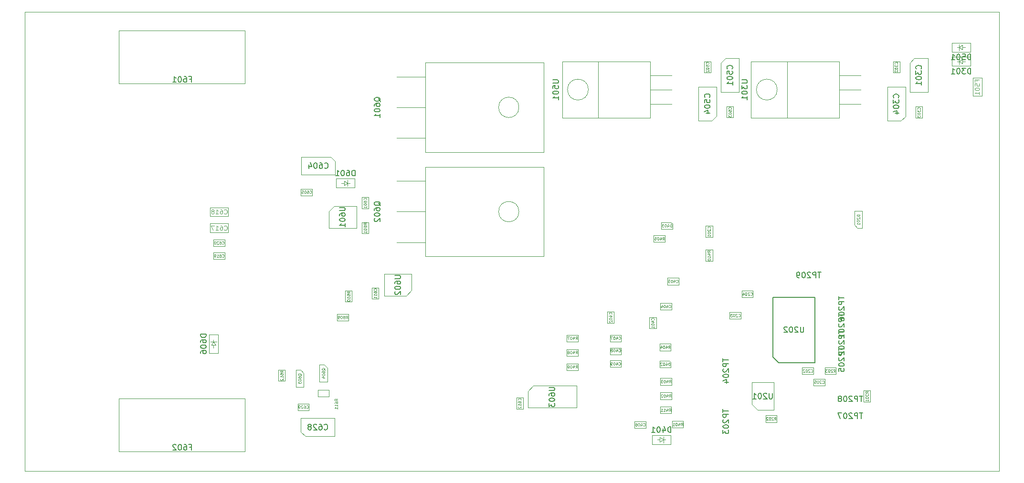
<source format=gbr>
%TF.GenerationSoftware,KiCad,Pcbnew,5.1.7+dfsg1-1~bpo10+1*%
%TF.CreationDate,2021-01-05T11:32:17+00:00*%
%TF.ProjectId,MCB19,4d434231-392e-46b6-9963-61645f706362,rev?*%
%TF.SameCoordinates,Original*%
%TF.FileFunction,Other,Fab,Bot*%
%FSLAX45Y45*%
G04 Gerber Fmt 4.5, Leading zero omitted, Abs format (unit mm)*
G04 Created by KiCad (PCBNEW 5.1.7+dfsg1-1~bpo10+1) date 2021-01-05 11:32:17*
%MOMM*%
%LPD*%
G01*
G04 APERTURE LIST*
%TA.AperFunction,Profile*%
%ADD10C,0.100000*%
%TD*%
%ADD11C,0.100000*%
%ADD12C,0.150000*%
%ADD13C,0.080000*%
%ADD14C,0.075000*%
%ADD15C,0.120000*%
G04 APERTURE END LIST*
D10*
X22285000Y-5050000D02*
X5000000Y-5050000D01*
X22285000Y-13200000D02*
X22285000Y-5050000D01*
X5000000Y-13200000D02*
X22285000Y-13200000D01*
X5000000Y-5050000D02*
X5000000Y-13200000D01*
D11*
X10042500Y-12000000D02*
X9842500Y-12000000D01*
X10042500Y-12120000D02*
X10042500Y-12000000D01*
X9842500Y-12120000D02*
X10042500Y-12120000D01*
X9842500Y-12000000D02*
X9842500Y-12120000D01*
X10500000Y-12260000D02*
X10500000Y-12580000D01*
X9900000Y-12260000D02*
X10500000Y-12260000D01*
X9900000Y-12500000D02*
X9900000Y-12260000D01*
X9980000Y-12580000D02*
X9900000Y-12500000D01*
X10500000Y-12580000D02*
X9980000Y-12580000D01*
X16460000Y-10940000D02*
X16260000Y-10940000D01*
X16460000Y-11060000D02*
X16460000Y-10940000D01*
X16260000Y-11060000D02*
X16460000Y-11060000D01*
X16260000Y-10940000D02*
X16260000Y-11060000D01*
X16260000Y-11360000D02*
X16260000Y-11240000D01*
X16460000Y-11360000D02*
X16260000Y-11360000D01*
X16460000Y-11270000D02*
X16460000Y-11360000D01*
X16430000Y-11240000D02*
X16460000Y-11270000D01*
X16260000Y-11240000D02*
X16430000Y-11240000D01*
X10197500Y-11760000D02*
X10197500Y-11880000D01*
X10197500Y-11880000D02*
X10397500Y-11880000D01*
X10397500Y-11880000D02*
X10397500Y-11760000D01*
X10397500Y-11760000D02*
X10197500Y-11760000D01*
X9620000Y-11400000D02*
X9500000Y-11400000D01*
X9500000Y-11400000D02*
X9500000Y-11600000D01*
X9500000Y-11600000D02*
X9620000Y-11600000D01*
X9620000Y-11600000D02*
X9620000Y-11400000D01*
X10395000Y-8592500D02*
X10395000Y-8885000D01*
X10395000Y-8885000D02*
X10885000Y-8885000D01*
X10885000Y-8885000D02*
X10885000Y-8495000D01*
X10885000Y-8495000D02*
X10492500Y-8495000D01*
X10492500Y-8495000D02*
X10395000Y-8592500D01*
X8350000Y-10865000D02*
X8350000Y-10905000D01*
X8350000Y-10905000D02*
X8295000Y-10905000D01*
X8350000Y-10905000D02*
X8405000Y-10905000D01*
X8350000Y-10905000D02*
X8310000Y-10965000D01*
X8310000Y-10965000D02*
X8390000Y-10965000D01*
X8390000Y-10965000D02*
X8350000Y-10905000D01*
X8350000Y-10965000D02*
X8350000Y-11015000D01*
X8270000Y-10775000D02*
X8270000Y-11105000D01*
X8430000Y-10775000D02*
X8270000Y-10775000D01*
X8430000Y-11105000D02*
X8430000Y-10775000D01*
X8270000Y-11105000D02*
X8430000Y-11105000D01*
X12108000Y-9140000D02*
X11600000Y-9140000D01*
X12108000Y-8595000D02*
X11600000Y-8595000D01*
X12108000Y-8050000D02*
X11600000Y-8050000D01*
X12108000Y-9390000D02*
X12108000Y-7800000D01*
X14203000Y-9390000D02*
X12108000Y-9390000D01*
X14203000Y-7800000D02*
X14203000Y-9390000D01*
X12108000Y-7800000D02*
X14203000Y-7800000D01*
X13766500Y-8595000D02*
G75*
G03*
X13766500Y-8595000I-180500J0D01*
G01*
X15378900Y-11235000D02*
X15378900Y-11355000D01*
X15378900Y-11355000D02*
X15578900Y-11355000D01*
X15578900Y-11355000D02*
X15578900Y-11235000D01*
X15578900Y-11235000D02*
X15378900Y-11235000D01*
X10370000Y-11365000D02*
X10370000Y-11610000D01*
X10315000Y-11308000D02*
X10230000Y-11308000D01*
X10370000Y-11365000D02*
X10315000Y-11308000D01*
X10230000Y-11308000D02*
X10230000Y-11612000D01*
X10370000Y-11612000D02*
X10230000Y-11612000D01*
X9950000Y-11707000D02*
X9810000Y-11707000D01*
X9810000Y-11403000D02*
X9810000Y-11707000D01*
X9950000Y-11460000D02*
X9895000Y-11403000D01*
X9895000Y-11403000D02*
X9810000Y-11403000D01*
X9950000Y-11460000D02*
X9950000Y-11705000D01*
X6670000Y-11910000D02*
X8910000Y-11910000D01*
X6670000Y-12850000D02*
X6670000Y-11910000D01*
X8910000Y-12850000D02*
X6670000Y-12850000D01*
X8910000Y-11910000D02*
X8910000Y-12850000D01*
X6669000Y-5383000D02*
X8909000Y-5383000D01*
X6669000Y-6323000D02*
X6669000Y-5383000D01*
X8909000Y-6323000D02*
X6669000Y-6323000D01*
X8909000Y-5383000D02*
X8909000Y-6323000D01*
X8547000Y-9090500D02*
X8347000Y-9090500D01*
X8547000Y-9210500D02*
X8547000Y-9090500D01*
X8347000Y-9210500D02*
X8547000Y-9210500D01*
X8347000Y-9090500D02*
X8347000Y-9210500D01*
X8547000Y-9320000D02*
X8347000Y-9320000D01*
X8547000Y-9440000D02*
X8547000Y-9320000D01*
X8347000Y-9440000D02*
X8547000Y-9440000D01*
X8347000Y-9320000D02*
X8347000Y-9440000D01*
X8610000Y-8520000D02*
X8290000Y-8520000D01*
X8610000Y-8680000D02*
X8610000Y-8520000D01*
X8290000Y-8680000D02*
X8610000Y-8680000D01*
X8290000Y-8520000D02*
X8290000Y-8680000D01*
X8610000Y-8807000D02*
X8290000Y-8807000D01*
X8610000Y-8967000D02*
X8610000Y-8807000D01*
X8290000Y-8967000D02*
X8610000Y-8967000D01*
X8290000Y-8807000D02*
X8290000Y-8967000D01*
X11767500Y-10090000D02*
X11865000Y-9992500D01*
X11375000Y-10090000D02*
X11767500Y-10090000D01*
X11375000Y-9700000D02*
X11375000Y-10090000D01*
X11865000Y-9700000D02*
X11375000Y-9700000D01*
X11865000Y-9992500D02*
X11865000Y-9700000D01*
D12*
X18367900Y-11271600D02*
X19017900Y-11271600D01*
X19017900Y-11271600D02*
X19017900Y-10111600D01*
X19017900Y-10111600D02*
X18267900Y-10111600D01*
X18267900Y-10111600D02*
X18267900Y-11171600D01*
X18267900Y-11171600D02*
X18367900Y-11271600D01*
D11*
X15378900Y-10900400D02*
X15578900Y-10900400D01*
X15378900Y-10780400D02*
X15378900Y-10900400D01*
X15578900Y-10780400D02*
X15378900Y-10780400D01*
X15578900Y-10900400D02*
X15578900Y-10780400D01*
X13720000Y-11895000D02*
X13720000Y-12095000D01*
X13840000Y-11895000D02*
X13720000Y-11895000D01*
X13840000Y-12095000D02*
X13840000Y-11895000D01*
X13720000Y-12095000D02*
X13840000Y-12095000D01*
X11160000Y-9945000D02*
X11160000Y-10145000D01*
X11280000Y-9945000D02*
X11160000Y-9945000D01*
X11280000Y-10145000D02*
X11280000Y-9945000D01*
X11160000Y-10145000D02*
X11280000Y-10145000D01*
X12108000Y-7290000D02*
X11600000Y-7290000D01*
X12108000Y-6745000D02*
X11600000Y-6745000D01*
X12108000Y-6200000D02*
X11600000Y-6200000D01*
X12108000Y-7540000D02*
X12108000Y-5950000D01*
X14203000Y-7540000D02*
X12108000Y-7540000D01*
X14203000Y-5950000D02*
X14203000Y-7540000D01*
X12108000Y-5950000D02*
X14203000Y-5950000D01*
X13766500Y-6745000D02*
G75*
G03*
X13766500Y-6745000I-180500J0D01*
G01*
X14020000Y-11685000D02*
X13922500Y-11782500D01*
X14787500Y-11685000D02*
X14020000Y-11685000D01*
X14787500Y-12075000D02*
X14787500Y-11685000D01*
X13922500Y-12075000D02*
X14787500Y-12075000D01*
X13922500Y-11782500D02*
X13922500Y-12075000D01*
X10805000Y-10195000D02*
X10805000Y-9995000D01*
X10685000Y-10195000D02*
X10805000Y-10195000D01*
X10685000Y-9995000D02*
X10685000Y-10195000D01*
X10805000Y-9995000D02*
X10685000Y-9995000D01*
X10540000Y-10530000D02*
X10740000Y-10530000D01*
X10540000Y-10410000D02*
X10540000Y-10530000D01*
X10740000Y-10410000D02*
X10540000Y-10410000D01*
X10740000Y-10530000D02*
X10740000Y-10410000D01*
X11100000Y-8782500D02*
X10980000Y-8782500D01*
X10980000Y-8782500D02*
X10980000Y-8982500D01*
X10980000Y-8982500D02*
X11100000Y-8982500D01*
X11100000Y-8982500D02*
X11100000Y-8782500D01*
X14615100Y-11408400D02*
X14815100Y-11408400D01*
X14615100Y-11288400D02*
X14615100Y-11408400D01*
X14815100Y-11288400D02*
X14615100Y-11288400D01*
X14815100Y-11408400D02*
X14815100Y-11288400D01*
X14615100Y-11154400D02*
X14815100Y-11154400D01*
X14615100Y-11034400D02*
X14615100Y-11154400D01*
X14815100Y-11034400D02*
X14615100Y-11034400D01*
X14815100Y-11154400D02*
X14815100Y-11034400D01*
X14815100Y-10780400D02*
X14615100Y-10780400D01*
X14815100Y-10900400D02*
X14815100Y-10780400D01*
X14615100Y-10900400D02*
X14815100Y-10900400D01*
X14615100Y-10780400D02*
X14615100Y-10900400D01*
X10765000Y-8090000D02*
X10725000Y-8090000D01*
X10725000Y-8090000D02*
X10725000Y-8035000D01*
X10725000Y-8090000D02*
X10725000Y-8145000D01*
X10725000Y-8090000D02*
X10665000Y-8050000D01*
X10665000Y-8050000D02*
X10665000Y-8130000D01*
X10665000Y-8130000D02*
X10725000Y-8090000D01*
X10665000Y-8090000D02*
X10615000Y-8090000D01*
X10855000Y-8010000D02*
X10525000Y-8010000D01*
X10855000Y-8170000D02*
X10855000Y-8010000D01*
X10525000Y-8170000D02*
X10855000Y-8170000D01*
X10525000Y-8010000D02*
X10525000Y-8170000D01*
X10100000Y-8310000D02*
X10100000Y-8190000D01*
X10100000Y-8190000D02*
X9900000Y-8190000D01*
X9900000Y-8190000D02*
X9900000Y-8310000D01*
X9900000Y-8310000D02*
X10100000Y-8310000D01*
X9907500Y-7942500D02*
X9907500Y-7622500D01*
X10507500Y-7942500D02*
X9907500Y-7942500D01*
X10507500Y-7702500D02*
X10507500Y-7942500D01*
X10427500Y-7622500D02*
X10507500Y-7702500D01*
X9907500Y-7622500D02*
X10427500Y-7622500D01*
X11100000Y-8340000D02*
X10980000Y-8340000D01*
X10980000Y-8340000D02*
X10980000Y-8540000D01*
X10980000Y-8540000D02*
X11100000Y-8540000D01*
X11100000Y-8540000D02*
X11100000Y-8340000D01*
X15578900Y-11010000D02*
X15378900Y-11010000D01*
X15578900Y-11130000D02*
X15578900Y-11010000D01*
X15378900Y-11130000D02*
X15578900Y-11130000D01*
X15378900Y-11010000D02*
X15378900Y-11130000D01*
X20800000Y-6732500D02*
X20800000Y-6932500D01*
X20920000Y-6732500D02*
X20800000Y-6732500D01*
X20920000Y-6932500D02*
X20920000Y-6732500D01*
X20800000Y-6932500D02*
X20920000Y-6932500D01*
X20520000Y-5930000D02*
X20400000Y-5930000D01*
X20400000Y-5930000D02*
X20400000Y-6130000D01*
X20400000Y-6130000D02*
X20520000Y-6130000D01*
X20520000Y-6130000D02*
X20520000Y-5930000D01*
X20300000Y-6385000D02*
X20620000Y-6385000D01*
X20300000Y-6985000D02*
X20300000Y-6385000D01*
X20540000Y-6985000D02*
X20300000Y-6985000D01*
X20620000Y-6905000D02*
X20540000Y-6985000D01*
X20620000Y-6385000D02*
X20620000Y-6905000D01*
X20700000Y-6475000D02*
X20700000Y-5955000D01*
X20700000Y-5955000D02*
X20780000Y-5875000D01*
X20780000Y-5875000D02*
X21020000Y-5875000D01*
X21020000Y-5875000D02*
X21020000Y-6475000D01*
X21020000Y-6475000D02*
X20700000Y-6475000D01*
X21775000Y-6010000D02*
X21775000Y-5850000D01*
X21775000Y-5850000D02*
X21445000Y-5850000D01*
X21445000Y-5850000D02*
X21445000Y-6010000D01*
X21445000Y-6010000D02*
X21775000Y-6010000D01*
X21635000Y-5930000D02*
X21685000Y-5930000D01*
X21635000Y-5890000D02*
X21575000Y-5930000D01*
X21635000Y-5970000D02*
X21635000Y-5890000D01*
X21575000Y-5930000D02*
X21635000Y-5970000D01*
X21575000Y-5930000D02*
X21575000Y-5875000D01*
X21575000Y-5930000D02*
X21575000Y-5985000D01*
X21535000Y-5930000D02*
X21575000Y-5930000D01*
X18347400Y-6430000D02*
G75*
G03*
X18347400Y-6430000I-185000J0D01*
G01*
X18522400Y-5930000D02*
X17882400Y-5930000D01*
X17882400Y-5930000D02*
X17882400Y-6930000D01*
X17882400Y-6930000D02*
X18522400Y-6930000D01*
X18522400Y-6930000D02*
X18522400Y-5930000D01*
X19447400Y-5930000D02*
X18522400Y-5930000D01*
X18522400Y-5930000D02*
X18522400Y-6930000D01*
X18522400Y-6930000D02*
X19447400Y-6930000D01*
X19447400Y-6930000D02*
X19447400Y-5930000D01*
X19447400Y-6176000D02*
X19828400Y-6176000D01*
X19447400Y-6430000D02*
X19828400Y-6430000D01*
X19447400Y-6684000D02*
X19828400Y-6684000D01*
X16470000Y-12175000D02*
X16470000Y-12055000D01*
X16470000Y-12055000D02*
X16270000Y-12055000D01*
X16270000Y-12055000D02*
X16270000Y-12175000D01*
X16270000Y-12175000D02*
X16470000Y-12175000D01*
X17080000Y-9472500D02*
X17200000Y-9472500D01*
X17200000Y-9472500D02*
X17200000Y-9272500D01*
X17200000Y-9272500D02*
X17080000Y-9272500D01*
X17080000Y-9272500D02*
X17080000Y-9472500D01*
X16290000Y-8785000D02*
X16460000Y-8785000D01*
X16460000Y-8785000D02*
X16490000Y-8815000D01*
X16490000Y-8815000D02*
X16490000Y-8905000D01*
X16490000Y-8905000D02*
X16290000Y-8905000D01*
X16290000Y-8905000D02*
X16290000Y-8785000D01*
X16157500Y-9015000D02*
X16157500Y-9135000D01*
X16157500Y-9135000D02*
X16357500Y-9135000D01*
X16357500Y-9135000D02*
X16357500Y-9015000D01*
X16357500Y-9015000D02*
X16157500Y-9015000D01*
X17350000Y-6475000D02*
X17350000Y-5955000D01*
X17350000Y-5955000D02*
X17430000Y-5875000D01*
X17430000Y-5875000D02*
X17670000Y-5875000D01*
X17670000Y-5875000D02*
X17670000Y-6475000D01*
X17670000Y-6475000D02*
X17350000Y-6475000D01*
X16950000Y-6380000D02*
X17270000Y-6380000D01*
X16950000Y-6980000D02*
X16950000Y-6380000D01*
X17190000Y-6980000D02*
X16950000Y-6980000D01*
X17270000Y-6900000D02*
X17190000Y-6980000D01*
X17270000Y-6380000D02*
X17270000Y-6900000D01*
X16097400Y-6684000D02*
X16478400Y-6684000D01*
X16097400Y-6430000D02*
X16478400Y-6430000D01*
X16097400Y-6176000D02*
X16478400Y-6176000D01*
X16097400Y-6930000D02*
X16097400Y-5930000D01*
X15172400Y-6930000D02*
X16097400Y-6930000D01*
X15172400Y-5930000D02*
X15172400Y-6930000D01*
X16097400Y-5930000D02*
X15172400Y-5930000D01*
X15172400Y-6930000D02*
X15172400Y-5930000D01*
X14532400Y-6930000D02*
X15172400Y-6930000D01*
X14532400Y-5930000D02*
X14532400Y-6930000D01*
X15172400Y-5930000D02*
X14532400Y-5930000D01*
X14997400Y-6430000D02*
G75*
G03*
X14997400Y-6430000I-185000J0D01*
G01*
X19715000Y-8583000D02*
X19855000Y-8583000D01*
X19855000Y-8887000D02*
X19855000Y-8583000D01*
X19715000Y-8830000D02*
X19770000Y-8887000D01*
X19770000Y-8887000D02*
X19855000Y-8887000D01*
X19715000Y-8830000D02*
X19715000Y-8585000D01*
X21975000Y-6225000D02*
X21815000Y-6225000D01*
X21815000Y-6225000D02*
X21815000Y-6545000D01*
X21815000Y-6545000D02*
X21975000Y-6545000D01*
X21975000Y-6545000D02*
X21975000Y-6225000D01*
X17200000Y-8846500D02*
X17080000Y-8846500D01*
X17080000Y-8846500D02*
X17080000Y-9046500D01*
X17080000Y-9046500D02*
X17200000Y-9046500D01*
X17200000Y-9046500D02*
X17200000Y-8846500D01*
X18990000Y-11480000D02*
X18990000Y-11360000D01*
X18990000Y-11360000D02*
X18790000Y-11360000D01*
X18790000Y-11360000D02*
X18790000Y-11480000D01*
X18790000Y-11480000D02*
X18990000Y-11480000D01*
X17702400Y-10497600D02*
X17702400Y-10377600D01*
X17702400Y-10377600D02*
X17502400Y-10377600D01*
X17502400Y-10377600D02*
X17502400Y-10497600D01*
X17502400Y-10497600D02*
X17702400Y-10497600D01*
X17717400Y-9996600D02*
X17717400Y-10116600D01*
X17717400Y-10116600D02*
X17917400Y-10116600D01*
X17917400Y-10116600D02*
X17917400Y-9996600D01*
X17917400Y-9996600D02*
X17717400Y-9996600D01*
X19190000Y-11680000D02*
X19190000Y-11560000D01*
X19190000Y-11560000D02*
X18990000Y-11560000D01*
X18990000Y-11560000D02*
X18990000Y-11680000D01*
X18990000Y-11680000D02*
X19190000Y-11680000D01*
X16080000Y-10670000D02*
X16200000Y-10670000D01*
X16200000Y-10670000D02*
X16200000Y-10470000D01*
X16200000Y-10470000D02*
X16080000Y-10470000D01*
X16080000Y-10470000D02*
X16080000Y-10670000D01*
X15330000Y-10570000D02*
X15450000Y-10570000D01*
X15450000Y-10570000D02*
X15450000Y-10370000D01*
X15450000Y-10370000D02*
X15330000Y-10370000D01*
X15330000Y-10370000D02*
X15330000Y-10570000D01*
X16399600Y-9772400D02*
X16399600Y-9892400D01*
X16399600Y-9892400D02*
X16599600Y-9892400D01*
X16599600Y-9892400D02*
X16599600Y-9772400D01*
X16599600Y-9772400D02*
X16399600Y-9772400D01*
X16472600Y-10336900D02*
X16472600Y-10216900D01*
X16472600Y-10216900D02*
X16272600Y-10216900D01*
X16272600Y-10216900D02*
X16272600Y-10336900D01*
X16272600Y-10336900D02*
X16472600Y-10336900D01*
X16015000Y-12435000D02*
X16015000Y-12315000D01*
X16015000Y-12315000D02*
X15815000Y-12315000D01*
X15815000Y-12315000D02*
X15815000Y-12435000D01*
X15815000Y-12435000D02*
X16015000Y-12435000D01*
X17170000Y-5930000D02*
X17050000Y-5930000D01*
X17050000Y-5930000D02*
X17050000Y-6130000D01*
X17050000Y-6130000D02*
X17170000Y-6130000D01*
X17170000Y-6130000D02*
X17170000Y-5930000D01*
X17450000Y-6927500D02*
X17570000Y-6927500D01*
X17570000Y-6927500D02*
X17570000Y-6727500D01*
X17570000Y-6727500D02*
X17450000Y-6727500D01*
X17450000Y-6727500D02*
X17450000Y-6927500D01*
X16127500Y-12560000D02*
X16127500Y-12720000D01*
X16127500Y-12720000D02*
X16457500Y-12720000D01*
X16457500Y-12720000D02*
X16457500Y-12560000D01*
X16457500Y-12560000D02*
X16127500Y-12560000D01*
X16267500Y-12640000D02*
X16217500Y-12640000D01*
X16267500Y-12680000D02*
X16327500Y-12640000D01*
X16267500Y-12600000D02*
X16267500Y-12680000D01*
X16327500Y-12640000D02*
X16267500Y-12600000D01*
X16327500Y-12640000D02*
X16327500Y-12695000D01*
X16327500Y-12640000D02*
X16327500Y-12585000D01*
X16367500Y-12640000D02*
X16327500Y-12640000D01*
X21775000Y-5760000D02*
X21775000Y-5600000D01*
X21775000Y-5600000D02*
X21445000Y-5600000D01*
X21445000Y-5600000D02*
X21445000Y-5760000D01*
X21445000Y-5760000D02*
X21775000Y-5760000D01*
X21635000Y-5680000D02*
X21685000Y-5680000D01*
X21635000Y-5640000D02*
X21575000Y-5680000D01*
X21635000Y-5720000D02*
X21635000Y-5640000D01*
X21575000Y-5680000D02*
X21635000Y-5720000D01*
X21575000Y-5680000D02*
X21575000Y-5625000D01*
X21575000Y-5680000D02*
X21575000Y-5735000D01*
X21535000Y-5680000D02*
X21575000Y-5680000D01*
X17995000Y-12115000D02*
X18285000Y-12115000D01*
X18285000Y-12115000D02*
X18285000Y-11625000D01*
X18285000Y-11625000D02*
X17895000Y-11625000D01*
X17895000Y-11625000D02*
X17895000Y-12015000D01*
X17895000Y-12015000D02*
X17995000Y-12115000D01*
X19190000Y-11360000D02*
X19190000Y-11480000D01*
X19190000Y-11480000D02*
X19390000Y-11480000D01*
X19390000Y-11480000D02*
X19390000Y-11360000D01*
X19390000Y-11360000D02*
X19190000Y-11360000D01*
X18340000Y-12330000D02*
X18340000Y-12210000D01*
X18340000Y-12210000D02*
X18140000Y-12210000D01*
X18140000Y-12210000D02*
X18140000Y-12330000D01*
X18140000Y-12330000D02*
X18340000Y-12330000D01*
X20000000Y-11770000D02*
X19880000Y-11770000D01*
X19880000Y-11770000D02*
X19880000Y-11970000D01*
X19880000Y-11970000D02*
X20000000Y-11970000D01*
X20000000Y-11970000D02*
X20000000Y-11770000D01*
X16482000Y-12310000D02*
X16482000Y-12430000D01*
X16482000Y-12430000D02*
X16682000Y-12430000D01*
X16682000Y-12430000D02*
X16682000Y-12310000D01*
X16682000Y-12310000D02*
X16482000Y-12310000D01*
X16272600Y-11804400D02*
X16272600Y-11924400D01*
X16272600Y-11924400D02*
X16472600Y-11924400D01*
X16472600Y-11924400D02*
X16472600Y-11804400D01*
X16472600Y-11804400D02*
X16272600Y-11804400D01*
X16272600Y-11550400D02*
X16272600Y-11670400D01*
X16272600Y-11670400D02*
X16472600Y-11670400D01*
X16472600Y-11670400D02*
X16472600Y-11550400D01*
X16472600Y-11550400D02*
X16272600Y-11550400D01*
D13*
X9998452Y-12077857D02*
X10000833Y-12080238D01*
X10007976Y-12082619D01*
X10012738Y-12082619D01*
X10019881Y-12080238D01*
X10024643Y-12075476D01*
X10027024Y-12070714D01*
X10029405Y-12061190D01*
X10029405Y-12054048D01*
X10027024Y-12044524D01*
X10024643Y-12039762D01*
X10019881Y-12035000D01*
X10012738Y-12032619D01*
X10007976Y-12032619D01*
X10000833Y-12035000D01*
X9998452Y-12037381D01*
X9955595Y-12032619D02*
X9965119Y-12032619D01*
X9969881Y-12035000D01*
X9972262Y-12037381D01*
X9977024Y-12044524D01*
X9979405Y-12054048D01*
X9979405Y-12073095D01*
X9977024Y-12077857D01*
X9974643Y-12080238D01*
X9969881Y-12082619D01*
X9960357Y-12082619D01*
X9955595Y-12080238D01*
X9953214Y-12077857D01*
X9950833Y-12073095D01*
X9950833Y-12061190D01*
X9953214Y-12056428D01*
X9955595Y-12054048D01*
X9960357Y-12051667D01*
X9969881Y-12051667D01*
X9974643Y-12054048D01*
X9977024Y-12056428D01*
X9979405Y-12061190D01*
X9931786Y-12037381D02*
X9929405Y-12035000D01*
X9924643Y-12032619D01*
X9912738Y-12032619D01*
X9907976Y-12035000D01*
X9905595Y-12037381D01*
X9903214Y-12042143D01*
X9903214Y-12046905D01*
X9905595Y-12054048D01*
X9934167Y-12082619D01*
X9903214Y-12082619D01*
X9879405Y-12082619D02*
X9869881Y-12082619D01*
X9865119Y-12080238D01*
X9862738Y-12077857D01*
X9857976Y-12070714D01*
X9855595Y-12061190D01*
X9855595Y-12042143D01*
X9857976Y-12037381D01*
X9860357Y-12035000D01*
X9865119Y-12032619D01*
X9874643Y-12032619D01*
X9879405Y-12035000D01*
X9881786Y-12037381D01*
X9884167Y-12042143D01*
X9884167Y-12054048D01*
X9881786Y-12058809D01*
X9879405Y-12061190D01*
X9874643Y-12063571D01*
X9865119Y-12063571D01*
X9860357Y-12061190D01*
X9857976Y-12058809D01*
X9855595Y-12054048D01*
D12*
X10311905Y-12455714D02*
X10316667Y-12460476D01*
X10330952Y-12465238D01*
X10340476Y-12465238D01*
X10354762Y-12460476D01*
X10364286Y-12450952D01*
X10369048Y-12441428D01*
X10373810Y-12422381D01*
X10373810Y-12408095D01*
X10369048Y-12389048D01*
X10364286Y-12379524D01*
X10354762Y-12370000D01*
X10340476Y-12365238D01*
X10330952Y-12365238D01*
X10316667Y-12370000D01*
X10311905Y-12374762D01*
X10226190Y-12365238D02*
X10245238Y-12365238D01*
X10254762Y-12370000D01*
X10259524Y-12374762D01*
X10269048Y-12389048D01*
X10273810Y-12408095D01*
X10273810Y-12446190D01*
X10269048Y-12455714D01*
X10264286Y-12460476D01*
X10254762Y-12465238D01*
X10235714Y-12465238D01*
X10226190Y-12460476D01*
X10221429Y-12455714D01*
X10216667Y-12446190D01*
X10216667Y-12422381D01*
X10221429Y-12412857D01*
X10226190Y-12408095D01*
X10235714Y-12403333D01*
X10254762Y-12403333D01*
X10264286Y-12408095D01*
X10269048Y-12412857D01*
X10273810Y-12422381D01*
X10178571Y-12374762D02*
X10173810Y-12370000D01*
X10164286Y-12365238D01*
X10140476Y-12365238D01*
X10130952Y-12370000D01*
X10126190Y-12374762D01*
X10121429Y-12384286D01*
X10121429Y-12393809D01*
X10126190Y-12408095D01*
X10183333Y-12465238D01*
X10121429Y-12465238D01*
X10064286Y-12408095D02*
X10073810Y-12403333D01*
X10078571Y-12398571D01*
X10083333Y-12389048D01*
X10083333Y-12384286D01*
X10078571Y-12374762D01*
X10073810Y-12370000D01*
X10064286Y-12365238D01*
X10045238Y-12365238D01*
X10035714Y-12370000D01*
X10030952Y-12374762D01*
X10026190Y-12384286D01*
X10026190Y-12389048D01*
X10030952Y-12398571D01*
X10035714Y-12403333D01*
X10045238Y-12408095D01*
X10064286Y-12408095D01*
X10073810Y-12412857D01*
X10078571Y-12417619D01*
X10083333Y-12427143D01*
X10083333Y-12446190D01*
X10078571Y-12455714D01*
X10073810Y-12460476D01*
X10064286Y-12465238D01*
X10045238Y-12465238D01*
X10035714Y-12460476D01*
X10030952Y-12455714D01*
X10026190Y-12446190D01*
X10026190Y-12427143D01*
X10030952Y-12417619D01*
X10035714Y-12412857D01*
X10045238Y-12408095D01*
D13*
X16415952Y-11022619D02*
X16432619Y-10998810D01*
X16444524Y-11022619D02*
X16444524Y-10972619D01*
X16425476Y-10972619D01*
X16420714Y-10975000D01*
X16418333Y-10977381D01*
X16415952Y-10982143D01*
X16415952Y-10989286D01*
X16418333Y-10994048D01*
X16420714Y-10996429D01*
X16425476Y-10998810D01*
X16444524Y-10998810D01*
X16373095Y-10989286D02*
X16373095Y-11022619D01*
X16385000Y-10970238D02*
X16396905Y-11005952D01*
X16365952Y-11005952D01*
X16337381Y-10972619D02*
X16332619Y-10972619D01*
X16327857Y-10975000D01*
X16325476Y-10977381D01*
X16323095Y-10982143D01*
X16320714Y-10991667D01*
X16320714Y-11003571D01*
X16323095Y-11013095D01*
X16325476Y-11017857D01*
X16327857Y-11020238D01*
X16332619Y-11022619D01*
X16337381Y-11022619D01*
X16342143Y-11020238D01*
X16344524Y-11017857D01*
X16346905Y-11013095D01*
X16349286Y-11003571D01*
X16349286Y-10991667D01*
X16346905Y-10982143D01*
X16344524Y-10977381D01*
X16342143Y-10975000D01*
X16337381Y-10972619D01*
X16277857Y-10989286D02*
X16277857Y-11022619D01*
X16289762Y-10970238D02*
X16301667Y-11005952D01*
X16270714Y-11005952D01*
X16444524Y-11322619D02*
X16444524Y-11272619D01*
X16432619Y-11272619D01*
X16425476Y-11275000D01*
X16420714Y-11279762D01*
X16418333Y-11284524D01*
X16415952Y-11294048D01*
X16415952Y-11301190D01*
X16418333Y-11310714D01*
X16420714Y-11315476D01*
X16425476Y-11320238D01*
X16432619Y-11322619D01*
X16444524Y-11322619D01*
X16373095Y-11289286D02*
X16373095Y-11322619D01*
X16385000Y-11270238D02*
X16396905Y-11305952D01*
X16365952Y-11305952D01*
X16337381Y-11272619D02*
X16332619Y-11272619D01*
X16327857Y-11275000D01*
X16325476Y-11277381D01*
X16323095Y-11282143D01*
X16320714Y-11291667D01*
X16320714Y-11303571D01*
X16323095Y-11313095D01*
X16325476Y-11317857D01*
X16327857Y-11320238D01*
X16332619Y-11322619D01*
X16337381Y-11322619D01*
X16342143Y-11320238D01*
X16344524Y-11317857D01*
X16346905Y-11313095D01*
X16349286Y-11303571D01*
X16349286Y-11291667D01*
X16346905Y-11282143D01*
X16344524Y-11277381D01*
X16342143Y-11275000D01*
X16337381Y-11272619D01*
X16301667Y-11277381D02*
X16299286Y-11275000D01*
X16294524Y-11272619D01*
X16282619Y-11272619D01*
X16277857Y-11275000D01*
X16275476Y-11277381D01*
X16273095Y-11282143D01*
X16273095Y-11286905D01*
X16275476Y-11294048D01*
X16304048Y-11322619D01*
X16273095Y-11322619D01*
X10551719Y-11950848D02*
X10527910Y-11934181D01*
X10551719Y-11922276D02*
X10501719Y-11922276D01*
X10501719Y-11941324D01*
X10504100Y-11946086D01*
X10506481Y-11948467D01*
X10511243Y-11950848D01*
X10518386Y-11950848D01*
X10523148Y-11948467D01*
X10525529Y-11946086D01*
X10527910Y-11941324D01*
X10527910Y-11922276D01*
X10501719Y-11993705D02*
X10501719Y-11984181D01*
X10504100Y-11979419D01*
X10506481Y-11977038D01*
X10513624Y-11972276D01*
X10523148Y-11969895D01*
X10542195Y-11969895D01*
X10546957Y-11972276D01*
X10549338Y-11974657D01*
X10551719Y-11979419D01*
X10551719Y-11988943D01*
X10549338Y-11993705D01*
X10546957Y-11996086D01*
X10542195Y-11998467D01*
X10530290Y-11998467D01*
X10525529Y-11996086D01*
X10523148Y-11993705D01*
X10520767Y-11988943D01*
X10520767Y-11979419D01*
X10523148Y-11974657D01*
X10525529Y-11972276D01*
X10530290Y-11969895D01*
X10551719Y-12046086D02*
X10551719Y-12017514D01*
X10551719Y-12031800D02*
X10501719Y-12031800D01*
X10508862Y-12027038D01*
X10513624Y-12022276D01*
X10516005Y-12017514D01*
X10551719Y-12093705D02*
X10551719Y-12065133D01*
X10551719Y-12079419D02*
X10501719Y-12079419D01*
X10508862Y-12074657D01*
X10513624Y-12069895D01*
X10516005Y-12065133D01*
X9582619Y-11444048D02*
X9558810Y-11427381D01*
X9582619Y-11415476D02*
X9532619Y-11415476D01*
X9532619Y-11434524D01*
X9535000Y-11439286D01*
X9537381Y-11441667D01*
X9542143Y-11444048D01*
X9549286Y-11444048D01*
X9554048Y-11441667D01*
X9556429Y-11439286D01*
X9558810Y-11434524D01*
X9558810Y-11415476D01*
X9532619Y-11486905D02*
X9532619Y-11477381D01*
X9535000Y-11472619D01*
X9537381Y-11470238D01*
X9544524Y-11465476D01*
X9554048Y-11463095D01*
X9573095Y-11463095D01*
X9577857Y-11465476D01*
X9580238Y-11467857D01*
X9582619Y-11472619D01*
X9582619Y-11482143D01*
X9580238Y-11486905D01*
X9577857Y-11489286D01*
X9573095Y-11491667D01*
X9561190Y-11491667D01*
X9556429Y-11489286D01*
X9554048Y-11486905D01*
X9551667Y-11482143D01*
X9551667Y-11472619D01*
X9554048Y-11467857D01*
X9556429Y-11465476D01*
X9561190Y-11463095D01*
X9582619Y-11539286D02*
X9582619Y-11510714D01*
X9582619Y-11525000D02*
X9532619Y-11525000D01*
X9539762Y-11520238D01*
X9544524Y-11515476D01*
X9546905Y-11510714D01*
X9537381Y-11558333D02*
X9535000Y-11560714D01*
X9532619Y-11565476D01*
X9532619Y-11577381D01*
X9535000Y-11582143D01*
X9537381Y-11584524D01*
X9542143Y-11586905D01*
X9546905Y-11586905D01*
X9554048Y-11584524D01*
X9582619Y-11555952D01*
X9582619Y-11586905D01*
D12*
X10586333Y-8522000D02*
X10665667Y-8522000D01*
X10675000Y-8526667D01*
X10679667Y-8531333D01*
X10684333Y-8540667D01*
X10684333Y-8559333D01*
X10679667Y-8568667D01*
X10675000Y-8573333D01*
X10665667Y-8578000D01*
X10586333Y-8578000D01*
X10586333Y-8666667D02*
X10586333Y-8648000D01*
X10591000Y-8638667D01*
X10595667Y-8634000D01*
X10609667Y-8624667D01*
X10628333Y-8620000D01*
X10665667Y-8620000D01*
X10675000Y-8624667D01*
X10679667Y-8629333D01*
X10684333Y-8638667D01*
X10684333Y-8657333D01*
X10679667Y-8666667D01*
X10675000Y-8671333D01*
X10665667Y-8676000D01*
X10642333Y-8676000D01*
X10633000Y-8671333D01*
X10628333Y-8666667D01*
X10623667Y-8657333D01*
X10623667Y-8638667D01*
X10628333Y-8629333D01*
X10633000Y-8624667D01*
X10642333Y-8620000D01*
X10586333Y-8736667D02*
X10586333Y-8746000D01*
X10591000Y-8755333D01*
X10595667Y-8760000D01*
X10605000Y-8764667D01*
X10623667Y-8769333D01*
X10647000Y-8769333D01*
X10665667Y-8764667D01*
X10675000Y-8760000D01*
X10679667Y-8755333D01*
X10684333Y-8746000D01*
X10684333Y-8736667D01*
X10679667Y-8727333D01*
X10675000Y-8722667D01*
X10665667Y-8718000D01*
X10647000Y-8713333D01*
X10623667Y-8713333D01*
X10605000Y-8718000D01*
X10595667Y-8722667D01*
X10591000Y-8727333D01*
X10586333Y-8736667D01*
X10684333Y-8862667D02*
X10684333Y-8806667D01*
X10684333Y-8834667D02*
X10586333Y-8834667D01*
X10600333Y-8825333D01*
X10609667Y-8816000D01*
X10614333Y-8806667D01*
X19123929Y-9667738D02*
X19066786Y-9667738D01*
X19095357Y-9767738D02*
X19095357Y-9667738D01*
X19033452Y-9767738D02*
X19033452Y-9667738D01*
X18995357Y-9667738D01*
X18985833Y-9672500D01*
X18981071Y-9677262D01*
X18976310Y-9686786D01*
X18976310Y-9701071D01*
X18981071Y-9710595D01*
X18985833Y-9715357D01*
X18995357Y-9720119D01*
X19033452Y-9720119D01*
X18938214Y-9677262D02*
X18933452Y-9672500D01*
X18923929Y-9667738D01*
X18900119Y-9667738D01*
X18890595Y-9672500D01*
X18885833Y-9677262D01*
X18881071Y-9686786D01*
X18881071Y-9696310D01*
X18885833Y-9710595D01*
X18942976Y-9767738D01*
X18881071Y-9767738D01*
X18819167Y-9667738D02*
X18809643Y-9667738D01*
X18800119Y-9672500D01*
X18795357Y-9677262D01*
X18790595Y-9686786D01*
X18785833Y-9705833D01*
X18785833Y-9729643D01*
X18790595Y-9748690D01*
X18795357Y-9758214D01*
X18800119Y-9762976D01*
X18809643Y-9767738D01*
X18819167Y-9767738D01*
X18828690Y-9762976D01*
X18833452Y-9758214D01*
X18838214Y-9748690D01*
X18842976Y-9729643D01*
X18842976Y-9705833D01*
X18838214Y-9686786D01*
X18833452Y-9677262D01*
X18828690Y-9672500D01*
X18819167Y-9667738D01*
X18738214Y-9767738D02*
X18719167Y-9767738D01*
X18709643Y-9762976D01*
X18704881Y-9758214D01*
X18695357Y-9743929D01*
X18690595Y-9724881D01*
X18690595Y-9686786D01*
X18695357Y-9677262D01*
X18700119Y-9672500D01*
X18709643Y-9667738D01*
X18728690Y-9667738D01*
X18738214Y-9672500D01*
X18742976Y-9677262D01*
X18747738Y-9686786D01*
X18747738Y-9710595D01*
X18742976Y-9720119D01*
X18738214Y-9724881D01*
X18728690Y-9729643D01*
X18709643Y-9729643D01*
X18700119Y-9724881D01*
X18695357Y-9720119D01*
X18690595Y-9710595D01*
X8220238Y-10770952D02*
X8120238Y-10770952D01*
X8120238Y-10794762D01*
X8125000Y-10809048D01*
X8134524Y-10818571D01*
X8144048Y-10823333D01*
X8163095Y-10828095D01*
X8177381Y-10828095D01*
X8196428Y-10823333D01*
X8205952Y-10818571D01*
X8215476Y-10809048D01*
X8220238Y-10794762D01*
X8220238Y-10770952D01*
X8120238Y-10913810D02*
X8120238Y-10894762D01*
X8125000Y-10885238D01*
X8129762Y-10880476D01*
X8144048Y-10870952D01*
X8163095Y-10866190D01*
X8201190Y-10866190D01*
X8210714Y-10870952D01*
X8215476Y-10875714D01*
X8220238Y-10885238D01*
X8220238Y-10904286D01*
X8215476Y-10913810D01*
X8210714Y-10918571D01*
X8201190Y-10923333D01*
X8177381Y-10923333D01*
X8167857Y-10918571D01*
X8163095Y-10913810D01*
X8158333Y-10904286D01*
X8158333Y-10885238D01*
X8163095Y-10875714D01*
X8167857Y-10870952D01*
X8177381Y-10866190D01*
X8120238Y-10985238D02*
X8120238Y-10994762D01*
X8125000Y-11004286D01*
X8129762Y-11009048D01*
X8139286Y-11013810D01*
X8158333Y-11018571D01*
X8182143Y-11018571D01*
X8201190Y-11013810D01*
X8210714Y-11009048D01*
X8215476Y-11004286D01*
X8220238Y-10994762D01*
X8220238Y-10985238D01*
X8215476Y-10975714D01*
X8210714Y-10970952D01*
X8201190Y-10966190D01*
X8182143Y-10961429D01*
X8158333Y-10961429D01*
X8139286Y-10966190D01*
X8129762Y-10970952D01*
X8125000Y-10975714D01*
X8120238Y-10985238D01*
X8120238Y-11104286D02*
X8120238Y-11085238D01*
X8125000Y-11075714D01*
X8129762Y-11070952D01*
X8144048Y-11061429D01*
X8163095Y-11056667D01*
X8201190Y-11056667D01*
X8210714Y-11061429D01*
X8215476Y-11066190D01*
X8220238Y-11075714D01*
X8220238Y-11094762D01*
X8215476Y-11104286D01*
X8210714Y-11109048D01*
X8201190Y-11113810D01*
X8177381Y-11113810D01*
X8167857Y-11109048D01*
X8163095Y-11104286D01*
X8158333Y-11094762D01*
X8158333Y-11075714D01*
X8163095Y-11066190D01*
X8167857Y-11061429D01*
X8177381Y-11056667D01*
X11309762Y-8490238D02*
X11305000Y-8480714D01*
X11295476Y-8471190D01*
X11281190Y-8456905D01*
X11276428Y-8447381D01*
X11276428Y-8437857D01*
X11300238Y-8442619D02*
X11295476Y-8433095D01*
X11285952Y-8423571D01*
X11266905Y-8418810D01*
X11233571Y-8418810D01*
X11214524Y-8423571D01*
X11205000Y-8433095D01*
X11200238Y-8442619D01*
X11200238Y-8461667D01*
X11205000Y-8471190D01*
X11214524Y-8480714D01*
X11233571Y-8485476D01*
X11266905Y-8485476D01*
X11285952Y-8480714D01*
X11295476Y-8471190D01*
X11300238Y-8461667D01*
X11300238Y-8442619D01*
X11200238Y-8571190D02*
X11200238Y-8552143D01*
X11205000Y-8542619D01*
X11209762Y-8537857D01*
X11224048Y-8528333D01*
X11243095Y-8523571D01*
X11281190Y-8523571D01*
X11290714Y-8528333D01*
X11295476Y-8533095D01*
X11300238Y-8542619D01*
X11300238Y-8561667D01*
X11295476Y-8571190D01*
X11290714Y-8575952D01*
X11281190Y-8580714D01*
X11257381Y-8580714D01*
X11247857Y-8575952D01*
X11243095Y-8571190D01*
X11238333Y-8561667D01*
X11238333Y-8542619D01*
X11243095Y-8533095D01*
X11247857Y-8528333D01*
X11257381Y-8523571D01*
X11200238Y-8642619D02*
X11200238Y-8652143D01*
X11205000Y-8661667D01*
X11209762Y-8666429D01*
X11219286Y-8671190D01*
X11238333Y-8675952D01*
X11262143Y-8675952D01*
X11281190Y-8671190D01*
X11290714Y-8666429D01*
X11295476Y-8661667D01*
X11300238Y-8652143D01*
X11300238Y-8642619D01*
X11295476Y-8633095D01*
X11290714Y-8628333D01*
X11281190Y-8623571D01*
X11262143Y-8618810D01*
X11238333Y-8618810D01*
X11219286Y-8623571D01*
X11209762Y-8628333D01*
X11205000Y-8633095D01*
X11200238Y-8642619D01*
X11209762Y-8714048D02*
X11205000Y-8718810D01*
X11200238Y-8728333D01*
X11200238Y-8752143D01*
X11205000Y-8761667D01*
X11209762Y-8766429D01*
X11219286Y-8771190D01*
X11228809Y-8771190D01*
X11243095Y-8766429D01*
X11300238Y-8709286D01*
X11300238Y-8771190D01*
D13*
X15534852Y-11312857D02*
X15537233Y-11315238D01*
X15544376Y-11317619D01*
X15549138Y-11317619D01*
X15556281Y-11315238D01*
X15561043Y-11310476D01*
X15563424Y-11305714D01*
X15565805Y-11296190D01*
X15565805Y-11289048D01*
X15563424Y-11279524D01*
X15561043Y-11274762D01*
X15556281Y-11270000D01*
X15549138Y-11267619D01*
X15544376Y-11267619D01*
X15537233Y-11270000D01*
X15534852Y-11272381D01*
X15491995Y-11284286D02*
X15491995Y-11317619D01*
X15503900Y-11265238D02*
X15515805Y-11300952D01*
X15484852Y-11300952D01*
X15456281Y-11267619D02*
X15451519Y-11267619D01*
X15446757Y-11270000D01*
X15444376Y-11272381D01*
X15441995Y-11277143D01*
X15439614Y-11286667D01*
X15439614Y-11298571D01*
X15441995Y-11308095D01*
X15444376Y-11312857D01*
X15446757Y-11315238D01*
X15451519Y-11317619D01*
X15456281Y-11317619D01*
X15461043Y-11315238D01*
X15463424Y-11312857D01*
X15465805Y-11308095D01*
X15468186Y-11298571D01*
X15468186Y-11286667D01*
X15465805Y-11277143D01*
X15463424Y-11272381D01*
X15461043Y-11270000D01*
X15456281Y-11267619D01*
X15415805Y-11317619D02*
X15406281Y-11317619D01*
X15401519Y-11315238D01*
X15399138Y-11312857D01*
X15394376Y-11305714D01*
X15391995Y-11296190D01*
X15391995Y-11277143D01*
X15394376Y-11272381D01*
X15396757Y-11270000D01*
X15401519Y-11267619D01*
X15411043Y-11267619D01*
X15415805Y-11270000D01*
X15418186Y-11272381D01*
X15420567Y-11277143D01*
X15420567Y-11289048D01*
X15418186Y-11293809D01*
X15415805Y-11296190D01*
X15411043Y-11298571D01*
X15401519Y-11298571D01*
X15396757Y-11296190D01*
X15394376Y-11293809D01*
X15391995Y-11289048D01*
D14*
X10327381Y-11407619D02*
X10325000Y-11402857D01*
X10320238Y-11398095D01*
X10313095Y-11390952D01*
X10310714Y-11386190D01*
X10310714Y-11381428D01*
X10322619Y-11383809D02*
X10320238Y-11379048D01*
X10315476Y-11374286D01*
X10305952Y-11371905D01*
X10289286Y-11371905D01*
X10279762Y-11374286D01*
X10275000Y-11379048D01*
X10272619Y-11383809D01*
X10272619Y-11393333D01*
X10275000Y-11398095D01*
X10279762Y-11402857D01*
X10289286Y-11405238D01*
X10305952Y-11405238D01*
X10315476Y-11402857D01*
X10320238Y-11398095D01*
X10322619Y-11393333D01*
X10322619Y-11383809D01*
X10272619Y-11448095D02*
X10272619Y-11438571D01*
X10275000Y-11433809D01*
X10277381Y-11431428D01*
X10284524Y-11426667D01*
X10294048Y-11424286D01*
X10313095Y-11424286D01*
X10317857Y-11426667D01*
X10320238Y-11429048D01*
X10322619Y-11433809D01*
X10322619Y-11443333D01*
X10320238Y-11448095D01*
X10317857Y-11450476D01*
X10313095Y-11452857D01*
X10301190Y-11452857D01*
X10296429Y-11450476D01*
X10294048Y-11448095D01*
X10291667Y-11443333D01*
X10291667Y-11433809D01*
X10294048Y-11429048D01*
X10296429Y-11426667D01*
X10301190Y-11424286D01*
X10272619Y-11483809D02*
X10272619Y-11488571D01*
X10275000Y-11493333D01*
X10277381Y-11495714D01*
X10282143Y-11498095D01*
X10291667Y-11500476D01*
X10303571Y-11500476D01*
X10313095Y-11498095D01*
X10317857Y-11495714D01*
X10320238Y-11493333D01*
X10322619Y-11488571D01*
X10322619Y-11483809D01*
X10320238Y-11479048D01*
X10317857Y-11476667D01*
X10313095Y-11474286D01*
X10303571Y-11471905D01*
X10291667Y-11471905D01*
X10282143Y-11474286D01*
X10277381Y-11476667D01*
X10275000Y-11479048D01*
X10272619Y-11483809D01*
X10289286Y-11543333D02*
X10322619Y-11543333D01*
X10270238Y-11531428D02*
X10305952Y-11519524D01*
X10305952Y-11550476D01*
X9907381Y-11502619D02*
X9905000Y-11497857D01*
X9900238Y-11493095D01*
X9893095Y-11485952D01*
X9890714Y-11481190D01*
X9890714Y-11476428D01*
X9902619Y-11478809D02*
X9900238Y-11474048D01*
X9895476Y-11469286D01*
X9885952Y-11466905D01*
X9869286Y-11466905D01*
X9859762Y-11469286D01*
X9855000Y-11474048D01*
X9852619Y-11478809D01*
X9852619Y-11488333D01*
X9855000Y-11493095D01*
X9859762Y-11497857D01*
X9869286Y-11500238D01*
X9885952Y-11500238D01*
X9895476Y-11497857D01*
X9900238Y-11493095D01*
X9902619Y-11488333D01*
X9902619Y-11478809D01*
X9852619Y-11543095D02*
X9852619Y-11533571D01*
X9855000Y-11528809D01*
X9857381Y-11526428D01*
X9864524Y-11521667D01*
X9874048Y-11519286D01*
X9893095Y-11519286D01*
X9897857Y-11521667D01*
X9900238Y-11524048D01*
X9902619Y-11528809D01*
X9902619Y-11538333D01*
X9900238Y-11543095D01*
X9897857Y-11545476D01*
X9893095Y-11547857D01*
X9881190Y-11547857D01*
X9876429Y-11545476D01*
X9874048Y-11543095D01*
X9871667Y-11538333D01*
X9871667Y-11528809D01*
X9874048Y-11524048D01*
X9876429Y-11521667D01*
X9881190Y-11519286D01*
X9852619Y-11578809D02*
X9852619Y-11583571D01*
X9855000Y-11588333D01*
X9857381Y-11590714D01*
X9862143Y-11593095D01*
X9871667Y-11595476D01*
X9883571Y-11595476D01*
X9893095Y-11593095D01*
X9897857Y-11590714D01*
X9900238Y-11588333D01*
X9902619Y-11583571D01*
X9902619Y-11578809D01*
X9900238Y-11574048D01*
X9897857Y-11571667D01*
X9893095Y-11569286D01*
X9883571Y-11566905D01*
X9871667Y-11566905D01*
X9862143Y-11569286D01*
X9857381Y-11571667D01*
X9855000Y-11574048D01*
X9852619Y-11578809D01*
X9852619Y-11612143D02*
X9852619Y-11643095D01*
X9871667Y-11626428D01*
X9871667Y-11633571D01*
X9874048Y-11638333D01*
X9876429Y-11640714D01*
X9881190Y-11643095D01*
X9893095Y-11643095D01*
X9897857Y-11640714D01*
X9900238Y-11638333D01*
X9902619Y-11633571D01*
X9902619Y-11619286D01*
X9900238Y-11614524D01*
X9897857Y-11612143D01*
D12*
X7923571Y-12772857D02*
X7956905Y-12772857D01*
X7956905Y-12825238D02*
X7956905Y-12725238D01*
X7909286Y-12725238D01*
X7828333Y-12725238D02*
X7847381Y-12725238D01*
X7856905Y-12730000D01*
X7861667Y-12734762D01*
X7871190Y-12749048D01*
X7875952Y-12768095D01*
X7875952Y-12806190D01*
X7871190Y-12815714D01*
X7866428Y-12820476D01*
X7856905Y-12825238D01*
X7837857Y-12825238D01*
X7828333Y-12820476D01*
X7823571Y-12815714D01*
X7818809Y-12806190D01*
X7818809Y-12782381D01*
X7823571Y-12772857D01*
X7828333Y-12768095D01*
X7837857Y-12763333D01*
X7856905Y-12763333D01*
X7866428Y-12768095D01*
X7871190Y-12772857D01*
X7875952Y-12782381D01*
X7756905Y-12725238D02*
X7747381Y-12725238D01*
X7737857Y-12730000D01*
X7733095Y-12734762D01*
X7728333Y-12744286D01*
X7723571Y-12763333D01*
X7723571Y-12787143D01*
X7728333Y-12806190D01*
X7733095Y-12815714D01*
X7737857Y-12820476D01*
X7747381Y-12825238D01*
X7756905Y-12825238D01*
X7766428Y-12820476D01*
X7771190Y-12815714D01*
X7775952Y-12806190D01*
X7780714Y-12787143D01*
X7780714Y-12763333D01*
X7775952Y-12744286D01*
X7771190Y-12734762D01*
X7766428Y-12730000D01*
X7756905Y-12725238D01*
X7685476Y-12734762D02*
X7680714Y-12730000D01*
X7671190Y-12725238D01*
X7647381Y-12725238D01*
X7637857Y-12730000D01*
X7633095Y-12734762D01*
X7628333Y-12744286D01*
X7628333Y-12753809D01*
X7633095Y-12768095D01*
X7690238Y-12825238D01*
X7628333Y-12825238D01*
X7922571Y-6245857D02*
X7955905Y-6245857D01*
X7955905Y-6298238D02*
X7955905Y-6198238D01*
X7908286Y-6198238D01*
X7827333Y-6198238D02*
X7846381Y-6198238D01*
X7855905Y-6203000D01*
X7860667Y-6207762D01*
X7870190Y-6222048D01*
X7874952Y-6241095D01*
X7874952Y-6279190D01*
X7870190Y-6288714D01*
X7865428Y-6293476D01*
X7855905Y-6298238D01*
X7836857Y-6298238D01*
X7827333Y-6293476D01*
X7822571Y-6288714D01*
X7817809Y-6279190D01*
X7817809Y-6255381D01*
X7822571Y-6245857D01*
X7827333Y-6241095D01*
X7836857Y-6236333D01*
X7855905Y-6236333D01*
X7865428Y-6241095D01*
X7870190Y-6245857D01*
X7874952Y-6255381D01*
X7755905Y-6198238D02*
X7746381Y-6198238D01*
X7736857Y-6203000D01*
X7732095Y-6207762D01*
X7727333Y-6217286D01*
X7722571Y-6236333D01*
X7722571Y-6260143D01*
X7727333Y-6279190D01*
X7732095Y-6288714D01*
X7736857Y-6293476D01*
X7746381Y-6298238D01*
X7755905Y-6298238D01*
X7765428Y-6293476D01*
X7770190Y-6288714D01*
X7774952Y-6279190D01*
X7779714Y-6260143D01*
X7779714Y-6236333D01*
X7774952Y-6217286D01*
X7770190Y-6207762D01*
X7765428Y-6203000D01*
X7755905Y-6198238D01*
X7627333Y-6298238D02*
X7684476Y-6298238D01*
X7655905Y-6298238D02*
X7655905Y-6198238D01*
X7665428Y-6212524D01*
X7674952Y-6222048D01*
X7684476Y-6226809D01*
D13*
X8502952Y-9168357D02*
X8505333Y-9170738D01*
X8512476Y-9173119D01*
X8517238Y-9173119D01*
X8524381Y-9170738D01*
X8529143Y-9165976D01*
X8531524Y-9161214D01*
X8533905Y-9151690D01*
X8533905Y-9144548D01*
X8531524Y-9135024D01*
X8529143Y-9130262D01*
X8524381Y-9125500D01*
X8517238Y-9123119D01*
X8512476Y-9123119D01*
X8505333Y-9125500D01*
X8502952Y-9127881D01*
X8460095Y-9123119D02*
X8469619Y-9123119D01*
X8474381Y-9125500D01*
X8476762Y-9127881D01*
X8481524Y-9135024D01*
X8483905Y-9144548D01*
X8483905Y-9163595D01*
X8481524Y-9168357D01*
X8479143Y-9170738D01*
X8474381Y-9173119D01*
X8464857Y-9173119D01*
X8460095Y-9170738D01*
X8457714Y-9168357D01*
X8455333Y-9163595D01*
X8455333Y-9151690D01*
X8457714Y-9146928D01*
X8460095Y-9144548D01*
X8464857Y-9142167D01*
X8474381Y-9142167D01*
X8479143Y-9144548D01*
X8481524Y-9146928D01*
X8483905Y-9151690D01*
X8436286Y-9127881D02*
X8433905Y-9125500D01*
X8429143Y-9123119D01*
X8417238Y-9123119D01*
X8412476Y-9125500D01*
X8410095Y-9127881D01*
X8407714Y-9132643D01*
X8407714Y-9137405D01*
X8410095Y-9144548D01*
X8438667Y-9173119D01*
X8407714Y-9173119D01*
X8376762Y-9123119D02*
X8372000Y-9123119D01*
X8367238Y-9125500D01*
X8364857Y-9127881D01*
X8362476Y-9132643D01*
X8360095Y-9142167D01*
X8360095Y-9154071D01*
X8362476Y-9163595D01*
X8364857Y-9168357D01*
X8367238Y-9170738D01*
X8372000Y-9173119D01*
X8376762Y-9173119D01*
X8381524Y-9170738D01*
X8383905Y-9168357D01*
X8386286Y-9163595D01*
X8388667Y-9154071D01*
X8388667Y-9142167D01*
X8386286Y-9132643D01*
X8383905Y-9127881D01*
X8381524Y-9125500D01*
X8376762Y-9123119D01*
X8502952Y-9397857D02*
X8505333Y-9400238D01*
X8512476Y-9402619D01*
X8517238Y-9402619D01*
X8524381Y-9400238D01*
X8529143Y-9395476D01*
X8531524Y-9390714D01*
X8533905Y-9381190D01*
X8533905Y-9374048D01*
X8531524Y-9364524D01*
X8529143Y-9359762D01*
X8524381Y-9355000D01*
X8517238Y-9352619D01*
X8512476Y-9352619D01*
X8505333Y-9355000D01*
X8502952Y-9357381D01*
X8460095Y-9352619D02*
X8469619Y-9352619D01*
X8474381Y-9355000D01*
X8476762Y-9357381D01*
X8481524Y-9364524D01*
X8483905Y-9374048D01*
X8483905Y-9393095D01*
X8481524Y-9397857D01*
X8479143Y-9400238D01*
X8474381Y-9402619D01*
X8464857Y-9402619D01*
X8460095Y-9400238D01*
X8457714Y-9397857D01*
X8455333Y-9393095D01*
X8455333Y-9381190D01*
X8457714Y-9376429D01*
X8460095Y-9374048D01*
X8464857Y-9371667D01*
X8474381Y-9371667D01*
X8479143Y-9374048D01*
X8481524Y-9376429D01*
X8483905Y-9381190D01*
X8407714Y-9402619D02*
X8436286Y-9402619D01*
X8422000Y-9402619D02*
X8422000Y-9352619D01*
X8426762Y-9359762D01*
X8431524Y-9364524D01*
X8436286Y-9366905D01*
X8383905Y-9402619D02*
X8374381Y-9402619D01*
X8369619Y-9400238D01*
X8367238Y-9397857D01*
X8362476Y-9390714D01*
X8360095Y-9381190D01*
X8360095Y-9362143D01*
X8362476Y-9357381D01*
X8364857Y-9355000D01*
X8369619Y-9352619D01*
X8379143Y-9352619D01*
X8383905Y-9355000D01*
X8386286Y-9357381D01*
X8388667Y-9362143D01*
X8388667Y-9374048D01*
X8386286Y-9378810D01*
X8383905Y-9381190D01*
X8379143Y-9383571D01*
X8369619Y-9383571D01*
X8364857Y-9381190D01*
X8362476Y-9378810D01*
X8360095Y-9374048D01*
D15*
X8539524Y-8628571D02*
X8543333Y-8632381D01*
X8554762Y-8636190D01*
X8562381Y-8636190D01*
X8573810Y-8632381D01*
X8581429Y-8624762D01*
X8585238Y-8617143D01*
X8589048Y-8601905D01*
X8589048Y-8590476D01*
X8585238Y-8575238D01*
X8581429Y-8567619D01*
X8573810Y-8560000D01*
X8562381Y-8556190D01*
X8554762Y-8556190D01*
X8543333Y-8560000D01*
X8539524Y-8563810D01*
X8470952Y-8556190D02*
X8486190Y-8556190D01*
X8493810Y-8560000D01*
X8497619Y-8563810D01*
X8505238Y-8575238D01*
X8509048Y-8590476D01*
X8509048Y-8620952D01*
X8505238Y-8628571D01*
X8501429Y-8632381D01*
X8493810Y-8636190D01*
X8478571Y-8636190D01*
X8470952Y-8632381D01*
X8467143Y-8628571D01*
X8463333Y-8620952D01*
X8463333Y-8601905D01*
X8467143Y-8594286D01*
X8470952Y-8590476D01*
X8478571Y-8586667D01*
X8493810Y-8586667D01*
X8501429Y-8590476D01*
X8505238Y-8594286D01*
X8509048Y-8601905D01*
X8387143Y-8636190D02*
X8432857Y-8636190D01*
X8410000Y-8636190D02*
X8410000Y-8556190D01*
X8417619Y-8567619D01*
X8425238Y-8575238D01*
X8432857Y-8579048D01*
X8341428Y-8590476D02*
X8349048Y-8586667D01*
X8352857Y-8582857D01*
X8356667Y-8575238D01*
X8356667Y-8571429D01*
X8352857Y-8563810D01*
X8349048Y-8560000D01*
X8341428Y-8556190D01*
X8326190Y-8556190D01*
X8318571Y-8560000D01*
X8314762Y-8563810D01*
X8310952Y-8571429D01*
X8310952Y-8575238D01*
X8314762Y-8582857D01*
X8318571Y-8586667D01*
X8326190Y-8590476D01*
X8341428Y-8590476D01*
X8349048Y-8594286D01*
X8352857Y-8598095D01*
X8356667Y-8605714D01*
X8356667Y-8620952D01*
X8352857Y-8628571D01*
X8349048Y-8632381D01*
X8341428Y-8636190D01*
X8326190Y-8636190D01*
X8318571Y-8632381D01*
X8314762Y-8628571D01*
X8310952Y-8620952D01*
X8310952Y-8605714D01*
X8314762Y-8598095D01*
X8318571Y-8594286D01*
X8326190Y-8590476D01*
X8539524Y-8915571D02*
X8543333Y-8919381D01*
X8554762Y-8923190D01*
X8562381Y-8923190D01*
X8573810Y-8919381D01*
X8581429Y-8911762D01*
X8585238Y-8904143D01*
X8589048Y-8888905D01*
X8589048Y-8877476D01*
X8585238Y-8862238D01*
X8581429Y-8854619D01*
X8573810Y-8847000D01*
X8562381Y-8843190D01*
X8554762Y-8843190D01*
X8543333Y-8847000D01*
X8539524Y-8850810D01*
X8470952Y-8843190D02*
X8486190Y-8843190D01*
X8493810Y-8847000D01*
X8497619Y-8850810D01*
X8505238Y-8862238D01*
X8509048Y-8877476D01*
X8509048Y-8907952D01*
X8505238Y-8915571D01*
X8501429Y-8919381D01*
X8493810Y-8923190D01*
X8478571Y-8923190D01*
X8470952Y-8919381D01*
X8467143Y-8915571D01*
X8463333Y-8907952D01*
X8463333Y-8888905D01*
X8467143Y-8881286D01*
X8470952Y-8877476D01*
X8478571Y-8873667D01*
X8493810Y-8873667D01*
X8501429Y-8877476D01*
X8505238Y-8881286D01*
X8509048Y-8888905D01*
X8387143Y-8923190D02*
X8432857Y-8923190D01*
X8410000Y-8923190D02*
X8410000Y-8843190D01*
X8417619Y-8854619D01*
X8425238Y-8862238D01*
X8432857Y-8866048D01*
X8360476Y-8843190D02*
X8307143Y-8843190D01*
X8341428Y-8923190D01*
D12*
X11566333Y-9727000D02*
X11645667Y-9727000D01*
X11655000Y-9731667D01*
X11659667Y-9736333D01*
X11664333Y-9745667D01*
X11664333Y-9764333D01*
X11659667Y-9773667D01*
X11655000Y-9778333D01*
X11645667Y-9783000D01*
X11566333Y-9783000D01*
X11566333Y-9871667D02*
X11566333Y-9853000D01*
X11571000Y-9843667D01*
X11575667Y-9839000D01*
X11589667Y-9829667D01*
X11608333Y-9825000D01*
X11645667Y-9825000D01*
X11655000Y-9829667D01*
X11659667Y-9834333D01*
X11664333Y-9843667D01*
X11664333Y-9862333D01*
X11659667Y-9871667D01*
X11655000Y-9876333D01*
X11645667Y-9881000D01*
X11622333Y-9881000D01*
X11613000Y-9876333D01*
X11608333Y-9871667D01*
X11603667Y-9862333D01*
X11603667Y-9843667D01*
X11608333Y-9834333D01*
X11613000Y-9829667D01*
X11622333Y-9825000D01*
X11566333Y-9941667D02*
X11566333Y-9951000D01*
X11571000Y-9960333D01*
X11575667Y-9965000D01*
X11585000Y-9969667D01*
X11603667Y-9974333D01*
X11627000Y-9974333D01*
X11645667Y-9969667D01*
X11655000Y-9965000D01*
X11659667Y-9960333D01*
X11664333Y-9951000D01*
X11664333Y-9941667D01*
X11659667Y-9932333D01*
X11655000Y-9927667D01*
X11645667Y-9923000D01*
X11627000Y-9918333D01*
X11603667Y-9918333D01*
X11585000Y-9923000D01*
X11575667Y-9927667D01*
X11571000Y-9932333D01*
X11566333Y-9941667D01*
X11575667Y-10011667D02*
X11571000Y-10016333D01*
X11566333Y-10025667D01*
X11566333Y-10049000D01*
X11571000Y-10058333D01*
X11575667Y-10063000D01*
X11585000Y-10067667D01*
X11594333Y-10067667D01*
X11608333Y-10063000D01*
X11664333Y-10007000D01*
X11664333Y-10067667D01*
X18814329Y-10636838D02*
X18814329Y-10717790D01*
X18809567Y-10727314D01*
X18804805Y-10732076D01*
X18795281Y-10736838D01*
X18776233Y-10736838D01*
X18766710Y-10732076D01*
X18761948Y-10727314D01*
X18757186Y-10717790D01*
X18757186Y-10636838D01*
X18714329Y-10646362D02*
X18709567Y-10641600D01*
X18700043Y-10636838D01*
X18676233Y-10636838D01*
X18666710Y-10641600D01*
X18661948Y-10646362D01*
X18657186Y-10655886D01*
X18657186Y-10665410D01*
X18661948Y-10679695D01*
X18719090Y-10736838D01*
X18657186Y-10736838D01*
X18595281Y-10636838D02*
X18585757Y-10636838D01*
X18576233Y-10641600D01*
X18571471Y-10646362D01*
X18566710Y-10655886D01*
X18561948Y-10674933D01*
X18561948Y-10698743D01*
X18566710Y-10717790D01*
X18571471Y-10727314D01*
X18576233Y-10732076D01*
X18585757Y-10736838D01*
X18595281Y-10736838D01*
X18604805Y-10732076D01*
X18609567Y-10727314D01*
X18614329Y-10717790D01*
X18619090Y-10698743D01*
X18619090Y-10674933D01*
X18614329Y-10655886D01*
X18609567Y-10646362D01*
X18604805Y-10641600D01*
X18595281Y-10636838D01*
X18523852Y-10646362D02*
X18519090Y-10641600D01*
X18509567Y-10636838D01*
X18485757Y-10636838D01*
X18476233Y-10641600D01*
X18471471Y-10646362D01*
X18466710Y-10655886D01*
X18466710Y-10665410D01*
X18471471Y-10679695D01*
X18528614Y-10736838D01*
X18466710Y-10736838D01*
D13*
X15534852Y-10858257D02*
X15537233Y-10860638D01*
X15544376Y-10863019D01*
X15549138Y-10863019D01*
X15556281Y-10860638D01*
X15561043Y-10855876D01*
X15563424Y-10851114D01*
X15565805Y-10841590D01*
X15565805Y-10834448D01*
X15563424Y-10824924D01*
X15561043Y-10820162D01*
X15556281Y-10815400D01*
X15549138Y-10813019D01*
X15544376Y-10813019D01*
X15537233Y-10815400D01*
X15534852Y-10817781D01*
X15491995Y-10829686D02*
X15491995Y-10863019D01*
X15503900Y-10810638D02*
X15515805Y-10846352D01*
X15484852Y-10846352D01*
X15456281Y-10813019D02*
X15451519Y-10813019D01*
X15446757Y-10815400D01*
X15444376Y-10817781D01*
X15441995Y-10822543D01*
X15439614Y-10832067D01*
X15439614Y-10843971D01*
X15441995Y-10853495D01*
X15444376Y-10858257D01*
X15446757Y-10860638D01*
X15451519Y-10863019D01*
X15456281Y-10863019D01*
X15461043Y-10860638D01*
X15463424Y-10858257D01*
X15465805Y-10853495D01*
X15468186Y-10843971D01*
X15468186Y-10832067D01*
X15465805Y-10822543D01*
X15463424Y-10817781D01*
X15461043Y-10815400D01*
X15456281Y-10813019D01*
X15422948Y-10813019D02*
X15389614Y-10813019D01*
X15411043Y-10863019D01*
X13797857Y-11939048D02*
X13800238Y-11936667D01*
X13802619Y-11929524D01*
X13802619Y-11924762D01*
X13800238Y-11917619D01*
X13795476Y-11912857D01*
X13790714Y-11910476D01*
X13781190Y-11908095D01*
X13774048Y-11908095D01*
X13764524Y-11910476D01*
X13759762Y-11912857D01*
X13755000Y-11917619D01*
X13752619Y-11924762D01*
X13752619Y-11929524D01*
X13755000Y-11936667D01*
X13757381Y-11939048D01*
X13752619Y-11981905D02*
X13752619Y-11972381D01*
X13755000Y-11967619D01*
X13757381Y-11965238D01*
X13764524Y-11960476D01*
X13774048Y-11958095D01*
X13793095Y-11958095D01*
X13797857Y-11960476D01*
X13800238Y-11962857D01*
X13802619Y-11967619D01*
X13802619Y-11977143D01*
X13800238Y-11981905D01*
X13797857Y-11984286D01*
X13793095Y-11986667D01*
X13781190Y-11986667D01*
X13776428Y-11984286D01*
X13774048Y-11981905D01*
X13771667Y-11977143D01*
X13771667Y-11967619D01*
X13774048Y-11962857D01*
X13776428Y-11960476D01*
X13781190Y-11958095D01*
X13802619Y-12034286D02*
X13802619Y-12005714D01*
X13802619Y-12020000D02*
X13752619Y-12020000D01*
X13759762Y-12015238D01*
X13764524Y-12010476D01*
X13766905Y-12005714D01*
X13757381Y-12053333D02*
X13755000Y-12055714D01*
X13752619Y-12060476D01*
X13752619Y-12072381D01*
X13755000Y-12077143D01*
X13757381Y-12079524D01*
X13762143Y-12081905D01*
X13766905Y-12081905D01*
X13774048Y-12079524D01*
X13802619Y-12050952D01*
X13802619Y-12081905D01*
X11237857Y-9989048D02*
X11240238Y-9986667D01*
X11242619Y-9979524D01*
X11242619Y-9974762D01*
X11240238Y-9967619D01*
X11235476Y-9962857D01*
X11230714Y-9960476D01*
X11221190Y-9958095D01*
X11214048Y-9958095D01*
X11204524Y-9960476D01*
X11199762Y-9962857D01*
X11195000Y-9967619D01*
X11192619Y-9974762D01*
X11192619Y-9979524D01*
X11195000Y-9986667D01*
X11197381Y-9989048D01*
X11192619Y-10031905D02*
X11192619Y-10022381D01*
X11195000Y-10017619D01*
X11197381Y-10015238D01*
X11204524Y-10010476D01*
X11214048Y-10008095D01*
X11233095Y-10008095D01*
X11237857Y-10010476D01*
X11240238Y-10012857D01*
X11242619Y-10017619D01*
X11242619Y-10027143D01*
X11240238Y-10031905D01*
X11237857Y-10034286D01*
X11233095Y-10036667D01*
X11221190Y-10036667D01*
X11216428Y-10034286D01*
X11214048Y-10031905D01*
X11211667Y-10027143D01*
X11211667Y-10017619D01*
X11214048Y-10012857D01*
X11216428Y-10010476D01*
X11221190Y-10008095D01*
X11242619Y-10084286D02*
X11242619Y-10055714D01*
X11242619Y-10070000D02*
X11192619Y-10070000D01*
X11199762Y-10065238D01*
X11204524Y-10060476D01*
X11206905Y-10055714D01*
X11242619Y-10131905D02*
X11242619Y-10103333D01*
X11242619Y-10117619D02*
X11192619Y-10117619D01*
X11199762Y-10112857D01*
X11204524Y-10108095D01*
X11206905Y-10103333D01*
D12*
X11309762Y-6640238D02*
X11305000Y-6630714D01*
X11295476Y-6621190D01*
X11281190Y-6606905D01*
X11276428Y-6597381D01*
X11276428Y-6587857D01*
X11300238Y-6592619D02*
X11295476Y-6583095D01*
X11285952Y-6573571D01*
X11266905Y-6568809D01*
X11233571Y-6568809D01*
X11214524Y-6573571D01*
X11205000Y-6583095D01*
X11200238Y-6592619D01*
X11200238Y-6611667D01*
X11205000Y-6621190D01*
X11214524Y-6630714D01*
X11233571Y-6635476D01*
X11266905Y-6635476D01*
X11285952Y-6630714D01*
X11295476Y-6621190D01*
X11300238Y-6611667D01*
X11300238Y-6592619D01*
X11200238Y-6721190D02*
X11200238Y-6702143D01*
X11205000Y-6692619D01*
X11209762Y-6687857D01*
X11224048Y-6678333D01*
X11243095Y-6673571D01*
X11281190Y-6673571D01*
X11290714Y-6678333D01*
X11295476Y-6683095D01*
X11300238Y-6692619D01*
X11300238Y-6711667D01*
X11295476Y-6721190D01*
X11290714Y-6725952D01*
X11281190Y-6730714D01*
X11257381Y-6730714D01*
X11247857Y-6725952D01*
X11243095Y-6721190D01*
X11238333Y-6711667D01*
X11238333Y-6692619D01*
X11243095Y-6683095D01*
X11247857Y-6678333D01*
X11257381Y-6673571D01*
X11200238Y-6792619D02*
X11200238Y-6802143D01*
X11205000Y-6811667D01*
X11209762Y-6816428D01*
X11219286Y-6821190D01*
X11238333Y-6825952D01*
X11262143Y-6825952D01*
X11281190Y-6821190D01*
X11290714Y-6816428D01*
X11295476Y-6811667D01*
X11300238Y-6802143D01*
X11300238Y-6792619D01*
X11295476Y-6783095D01*
X11290714Y-6778333D01*
X11281190Y-6773571D01*
X11262143Y-6768809D01*
X11238333Y-6768809D01*
X11219286Y-6773571D01*
X11209762Y-6778333D01*
X11205000Y-6783095D01*
X11200238Y-6792619D01*
X11300238Y-6921190D02*
X11300238Y-6864048D01*
X11300238Y-6892619D02*
X11200238Y-6892619D01*
X11214524Y-6883095D01*
X11224048Y-6873571D01*
X11228809Y-6864048D01*
X14301333Y-11712000D02*
X14380667Y-11712000D01*
X14390000Y-11716667D01*
X14394667Y-11721333D01*
X14399333Y-11730667D01*
X14399333Y-11749333D01*
X14394667Y-11758667D01*
X14390000Y-11763333D01*
X14380667Y-11768000D01*
X14301333Y-11768000D01*
X14301333Y-11856667D02*
X14301333Y-11838000D01*
X14306000Y-11828667D01*
X14310667Y-11824000D01*
X14324667Y-11814667D01*
X14343333Y-11810000D01*
X14380667Y-11810000D01*
X14390000Y-11814667D01*
X14394667Y-11819333D01*
X14399333Y-11828667D01*
X14399333Y-11847333D01*
X14394667Y-11856667D01*
X14390000Y-11861333D01*
X14380667Y-11866000D01*
X14357333Y-11866000D01*
X14348000Y-11861333D01*
X14343333Y-11856667D01*
X14338667Y-11847333D01*
X14338667Y-11828667D01*
X14343333Y-11819333D01*
X14348000Y-11814667D01*
X14357333Y-11810000D01*
X14301333Y-11926667D02*
X14301333Y-11936000D01*
X14306000Y-11945333D01*
X14310667Y-11950000D01*
X14320000Y-11954667D01*
X14338667Y-11959333D01*
X14362000Y-11959333D01*
X14380667Y-11954667D01*
X14390000Y-11950000D01*
X14394667Y-11945333D01*
X14399333Y-11936000D01*
X14399333Y-11926667D01*
X14394667Y-11917333D01*
X14390000Y-11912667D01*
X14380667Y-11908000D01*
X14362000Y-11903333D01*
X14338667Y-11903333D01*
X14320000Y-11908000D01*
X14310667Y-11912667D01*
X14306000Y-11917333D01*
X14301333Y-11926667D01*
X14301333Y-11992000D02*
X14301333Y-12052667D01*
X14338667Y-12020000D01*
X14338667Y-12034000D01*
X14343333Y-12043333D01*
X14348000Y-12048000D01*
X14357333Y-12052667D01*
X14380667Y-12052667D01*
X14390000Y-12048000D01*
X14394667Y-12043333D01*
X14399333Y-12034000D01*
X14399333Y-12006000D01*
X14394667Y-11996667D01*
X14390000Y-11992000D01*
D13*
X10767619Y-10039048D02*
X10743810Y-10022381D01*
X10767619Y-10010476D02*
X10717619Y-10010476D01*
X10717619Y-10029524D01*
X10720000Y-10034286D01*
X10722381Y-10036667D01*
X10727143Y-10039048D01*
X10734286Y-10039048D01*
X10739048Y-10036667D01*
X10741429Y-10034286D01*
X10743810Y-10029524D01*
X10743810Y-10010476D01*
X10717619Y-10081905D02*
X10717619Y-10072381D01*
X10720000Y-10067619D01*
X10722381Y-10065238D01*
X10729524Y-10060476D01*
X10739048Y-10058095D01*
X10758095Y-10058095D01*
X10762857Y-10060476D01*
X10765238Y-10062857D01*
X10767619Y-10067619D01*
X10767619Y-10077143D01*
X10765238Y-10081905D01*
X10762857Y-10084286D01*
X10758095Y-10086667D01*
X10746190Y-10086667D01*
X10741429Y-10084286D01*
X10739048Y-10081905D01*
X10736667Y-10077143D01*
X10736667Y-10067619D01*
X10739048Y-10062857D01*
X10741429Y-10060476D01*
X10746190Y-10058095D01*
X10767619Y-10134286D02*
X10767619Y-10105714D01*
X10767619Y-10120000D02*
X10717619Y-10120000D01*
X10724762Y-10115238D01*
X10729524Y-10110476D01*
X10731905Y-10105714D01*
X10717619Y-10165238D02*
X10717619Y-10170000D01*
X10720000Y-10174762D01*
X10722381Y-10177143D01*
X10727143Y-10179524D01*
X10736667Y-10181905D01*
X10748571Y-10181905D01*
X10758095Y-10179524D01*
X10762857Y-10177143D01*
X10765238Y-10174762D01*
X10767619Y-10170000D01*
X10767619Y-10165238D01*
X10765238Y-10160476D01*
X10762857Y-10158095D01*
X10758095Y-10155714D01*
X10748571Y-10153333D01*
X10736667Y-10153333D01*
X10727143Y-10155714D01*
X10722381Y-10158095D01*
X10720000Y-10160476D01*
X10717619Y-10165238D01*
X10695952Y-10492619D02*
X10712619Y-10468810D01*
X10724524Y-10492619D02*
X10724524Y-10442619D01*
X10705476Y-10442619D01*
X10700714Y-10445000D01*
X10698333Y-10447381D01*
X10695952Y-10452143D01*
X10695952Y-10459286D01*
X10698333Y-10464048D01*
X10700714Y-10466429D01*
X10705476Y-10468810D01*
X10724524Y-10468810D01*
X10653095Y-10442619D02*
X10662619Y-10442619D01*
X10667381Y-10445000D01*
X10669762Y-10447381D01*
X10674524Y-10454524D01*
X10676905Y-10464048D01*
X10676905Y-10483095D01*
X10674524Y-10487857D01*
X10672143Y-10490238D01*
X10667381Y-10492619D01*
X10657857Y-10492619D01*
X10653095Y-10490238D01*
X10650714Y-10487857D01*
X10648333Y-10483095D01*
X10648333Y-10471190D01*
X10650714Y-10466429D01*
X10653095Y-10464048D01*
X10657857Y-10461667D01*
X10667381Y-10461667D01*
X10672143Y-10464048D01*
X10674524Y-10466429D01*
X10676905Y-10471190D01*
X10617381Y-10442619D02*
X10612619Y-10442619D01*
X10607857Y-10445000D01*
X10605476Y-10447381D01*
X10603095Y-10452143D01*
X10600714Y-10461667D01*
X10600714Y-10473571D01*
X10603095Y-10483095D01*
X10605476Y-10487857D01*
X10607857Y-10490238D01*
X10612619Y-10492619D01*
X10617381Y-10492619D01*
X10622143Y-10490238D01*
X10624524Y-10487857D01*
X10626905Y-10483095D01*
X10629286Y-10473571D01*
X10629286Y-10461667D01*
X10626905Y-10452143D01*
X10624524Y-10447381D01*
X10622143Y-10445000D01*
X10617381Y-10442619D01*
X10576905Y-10492619D02*
X10567381Y-10492619D01*
X10562619Y-10490238D01*
X10560238Y-10487857D01*
X10555476Y-10480714D01*
X10553095Y-10471190D01*
X10553095Y-10452143D01*
X10555476Y-10447381D01*
X10557857Y-10445000D01*
X10562619Y-10442619D01*
X10572143Y-10442619D01*
X10576905Y-10445000D01*
X10579286Y-10447381D01*
X10581667Y-10452143D01*
X10581667Y-10464048D01*
X10579286Y-10468810D01*
X10576905Y-10471190D01*
X10572143Y-10473571D01*
X10562619Y-10473571D01*
X10557857Y-10471190D01*
X10555476Y-10468810D01*
X10553095Y-10464048D01*
X11062619Y-8826548D02*
X11038810Y-8809881D01*
X11062619Y-8797976D02*
X11012619Y-8797976D01*
X11012619Y-8817024D01*
X11015000Y-8821786D01*
X11017381Y-8824167D01*
X11022143Y-8826548D01*
X11029286Y-8826548D01*
X11034048Y-8824167D01*
X11036429Y-8821786D01*
X11038810Y-8817024D01*
X11038810Y-8797976D01*
X11012619Y-8869405D02*
X11012619Y-8859881D01*
X11015000Y-8855119D01*
X11017381Y-8852738D01*
X11024524Y-8847976D01*
X11034048Y-8845595D01*
X11053095Y-8845595D01*
X11057857Y-8847976D01*
X11060238Y-8850357D01*
X11062619Y-8855119D01*
X11062619Y-8864643D01*
X11060238Y-8869405D01*
X11057857Y-8871786D01*
X11053095Y-8874167D01*
X11041190Y-8874167D01*
X11036429Y-8871786D01*
X11034048Y-8869405D01*
X11031667Y-8864643D01*
X11031667Y-8855119D01*
X11034048Y-8850357D01*
X11036429Y-8847976D01*
X11041190Y-8845595D01*
X11012619Y-8905119D02*
X11012619Y-8909881D01*
X11015000Y-8914643D01*
X11017381Y-8917024D01*
X11022143Y-8919405D01*
X11031667Y-8921786D01*
X11043571Y-8921786D01*
X11053095Y-8919405D01*
X11057857Y-8917024D01*
X11060238Y-8914643D01*
X11062619Y-8909881D01*
X11062619Y-8905119D01*
X11060238Y-8900357D01*
X11057857Y-8897976D01*
X11053095Y-8895595D01*
X11043571Y-8893214D01*
X11031667Y-8893214D01*
X11022143Y-8895595D01*
X11017381Y-8897976D01*
X11015000Y-8900357D01*
X11012619Y-8905119D01*
X11062619Y-8969405D02*
X11062619Y-8940833D01*
X11062619Y-8955119D02*
X11012619Y-8955119D01*
X11019762Y-8950357D01*
X11024524Y-8945595D01*
X11026905Y-8940833D01*
X14771052Y-11371019D02*
X14787719Y-11347209D01*
X14799624Y-11371019D02*
X14799624Y-11321019D01*
X14780576Y-11321019D01*
X14775814Y-11323400D01*
X14773433Y-11325781D01*
X14771052Y-11330543D01*
X14771052Y-11337686D01*
X14773433Y-11342448D01*
X14775814Y-11344828D01*
X14780576Y-11347209D01*
X14799624Y-11347209D01*
X14728195Y-11337686D02*
X14728195Y-11371019D01*
X14740100Y-11318638D02*
X14752005Y-11354352D01*
X14721052Y-11354352D01*
X14692481Y-11321019D02*
X14687719Y-11321019D01*
X14682957Y-11323400D01*
X14680576Y-11325781D01*
X14678195Y-11330543D01*
X14675814Y-11340067D01*
X14675814Y-11351971D01*
X14678195Y-11361495D01*
X14680576Y-11366257D01*
X14682957Y-11368638D01*
X14687719Y-11371019D01*
X14692481Y-11371019D01*
X14697243Y-11368638D01*
X14699624Y-11366257D01*
X14702005Y-11361495D01*
X14704386Y-11351971D01*
X14704386Y-11340067D01*
X14702005Y-11330543D01*
X14699624Y-11325781D01*
X14697243Y-11323400D01*
X14692481Y-11321019D01*
X14652005Y-11371019D02*
X14642481Y-11371019D01*
X14637719Y-11368638D01*
X14635338Y-11366257D01*
X14630576Y-11359114D01*
X14628195Y-11349590D01*
X14628195Y-11330543D01*
X14630576Y-11325781D01*
X14632957Y-11323400D01*
X14637719Y-11321019D01*
X14647243Y-11321019D01*
X14652005Y-11323400D01*
X14654386Y-11325781D01*
X14656767Y-11330543D01*
X14656767Y-11342448D01*
X14654386Y-11347209D01*
X14652005Y-11349590D01*
X14647243Y-11351971D01*
X14637719Y-11351971D01*
X14632957Y-11349590D01*
X14630576Y-11347209D01*
X14628195Y-11342448D01*
X14771052Y-11117019D02*
X14787719Y-11093210D01*
X14799624Y-11117019D02*
X14799624Y-11067019D01*
X14780576Y-11067019D01*
X14775814Y-11069400D01*
X14773433Y-11071781D01*
X14771052Y-11076543D01*
X14771052Y-11083686D01*
X14773433Y-11088448D01*
X14775814Y-11090829D01*
X14780576Y-11093210D01*
X14799624Y-11093210D01*
X14728195Y-11083686D02*
X14728195Y-11117019D01*
X14740100Y-11064638D02*
X14752005Y-11100352D01*
X14721052Y-11100352D01*
X14692481Y-11067019D02*
X14687719Y-11067019D01*
X14682957Y-11069400D01*
X14680576Y-11071781D01*
X14678195Y-11076543D01*
X14675814Y-11086067D01*
X14675814Y-11097971D01*
X14678195Y-11107495D01*
X14680576Y-11112257D01*
X14682957Y-11114638D01*
X14687719Y-11117019D01*
X14692481Y-11117019D01*
X14697243Y-11114638D01*
X14699624Y-11112257D01*
X14702005Y-11107495D01*
X14704386Y-11097971D01*
X14704386Y-11086067D01*
X14702005Y-11076543D01*
X14699624Y-11071781D01*
X14697243Y-11069400D01*
X14692481Y-11067019D01*
X14647243Y-11088448D02*
X14652005Y-11086067D01*
X14654386Y-11083686D01*
X14656767Y-11078924D01*
X14656767Y-11076543D01*
X14654386Y-11071781D01*
X14652005Y-11069400D01*
X14647243Y-11067019D01*
X14637719Y-11067019D01*
X14632957Y-11069400D01*
X14630576Y-11071781D01*
X14628195Y-11076543D01*
X14628195Y-11078924D01*
X14630576Y-11083686D01*
X14632957Y-11086067D01*
X14637719Y-11088448D01*
X14647243Y-11088448D01*
X14652005Y-11090829D01*
X14654386Y-11093210D01*
X14656767Y-11097971D01*
X14656767Y-11107495D01*
X14654386Y-11112257D01*
X14652005Y-11114638D01*
X14647243Y-11117019D01*
X14637719Y-11117019D01*
X14632957Y-11114638D01*
X14630576Y-11112257D01*
X14628195Y-11107495D01*
X14628195Y-11097971D01*
X14630576Y-11093210D01*
X14632957Y-11090829D01*
X14637719Y-11088448D01*
X14771052Y-10863019D02*
X14787719Y-10839210D01*
X14799624Y-10863019D02*
X14799624Y-10813019D01*
X14780576Y-10813019D01*
X14775814Y-10815400D01*
X14773433Y-10817781D01*
X14771052Y-10822543D01*
X14771052Y-10829686D01*
X14773433Y-10834448D01*
X14775814Y-10836829D01*
X14780576Y-10839210D01*
X14799624Y-10839210D01*
X14728195Y-10829686D02*
X14728195Y-10863019D01*
X14740100Y-10810638D02*
X14752005Y-10846352D01*
X14721052Y-10846352D01*
X14692481Y-10813019D02*
X14687719Y-10813019D01*
X14682957Y-10815400D01*
X14680576Y-10817781D01*
X14678195Y-10822543D01*
X14675814Y-10832067D01*
X14675814Y-10843971D01*
X14678195Y-10853495D01*
X14680576Y-10858257D01*
X14682957Y-10860638D01*
X14687719Y-10863019D01*
X14692481Y-10863019D01*
X14697243Y-10860638D01*
X14699624Y-10858257D01*
X14702005Y-10853495D01*
X14704386Y-10843971D01*
X14704386Y-10832067D01*
X14702005Y-10822543D01*
X14699624Y-10817781D01*
X14697243Y-10815400D01*
X14692481Y-10813019D01*
X14659148Y-10813019D02*
X14625814Y-10813019D01*
X14647243Y-10863019D01*
D12*
X10859048Y-7960238D02*
X10859048Y-7860238D01*
X10835238Y-7860238D01*
X10820952Y-7865000D01*
X10811429Y-7874524D01*
X10806667Y-7884048D01*
X10801905Y-7903095D01*
X10801905Y-7917381D01*
X10806667Y-7936428D01*
X10811429Y-7945952D01*
X10820952Y-7955476D01*
X10835238Y-7960238D01*
X10859048Y-7960238D01*
X10716190Y-7860238D02*
X10735238Y-7860238D01*
X10744762Y-7865000D01*
X10749524Y-7869762D01*
X10759048Y-7884048D01*
X10763810Y-7903095D01*
X10763810Y-7941190D01*
X10759048Y-7950714D01*
X10754286Y-7955476D01*
X10744762Y-7960238D01*
X10725714Y-7960238D01*
X10716190Y-7955476D01*
X10711429Y-7950714D01*
X10706667Y-7941190D01*
X10706667Y-7917381D01*
X10711429Y-7907857D01*
X10716190Y-7903095D01*
X10725714Y-7898333D01*
X10744762Y-7898333D01*
X10754286Y-7903095D01*
X10759048Y-7907857D01*
X10763810Y-7917381D01*
X10644762Y-7860238D02*
X10635238Y-7860238D01*
X10625714Y-7865000D01*
X10620952Y-7869762D01*
X10616190Y-7879286D01*
X10611429Y-7898333D01*
X10611429Y-7922143D01*
X10616190Y-7941190D01*
X10620952Y-7950714D01*
X10625714Y-7955476D01*
X10635238Y-7960238D01*
X10644762Y-7960238D01*
X10654286Y-7955476D01*
X10659048Y-7950714D01*
X10663810Y-7941190D01*
X10668571Y-7922143D01*
X10668571Y-7898333D01*
X10663810Y-7879286D01*
X10659048Y-7869762D01*
X10654286Y-7865000D01*
X10644762Y-7860238D01*
X10516190Y-7960238D02*
X10573333Y-7960238D01*
X10544762Y-7960238D02*
X10544762Y-7860238D01*
X10554286Y-7874524D01*
X10563810Y-7884048D01*
X10573333Y-7888809D01*
D13*
X10055952Y-8267857D02*
X10058333Y-8270238D01*
X10065476Y-8272619D01*
X10070238Y-8272619D01*
X10077381Y-8270238D01*
X10082143Y-8265476D01*
X10084524Y-8260714D01*
X10086905Y-8251190D01*
X10086905Y-8244048D01*
X10084524Y-8234524D01*
X10082143Y-8229762D01*
X10077381Y-8225000D01*
X10070238Y-8222619D01*
X10065476Y-8222619D01*
X10058333Y-8225000D01*
X10055952Y-8227381D01*
X10013095Y-8222619D02*
X10022619Y-8222619D01*
X10027381Y-8225000D01*
X10029762Y-8227381D01*
X10034524Y-8234524D01*
X10036905Y-8244048D01*
X10036905Y-8263095D01*
X10034524Y-8267857D01*
X10032143Y-8270238D01*
X10027381Y-8272619D01*
X10017857Y-8272619D01*
X10013095Y-8270238D01*
X10010714Y-8267857D01*
X10008333Y-8263095D01*
X10008333Y-8251190D01*
X10010714Y-8246428D01*
X10013095Y-8244048D01*
X10017857Y-8241667D01*
X10027381Y-8241667D01*
X10032143Y-8244048D01*
X10034524Y-8246428D01*
X10036905Y-8251190D01*
X9977381Y-8222619D02*
X9972619Y-8222619D01*
X9967857Y-8225000D01*
X9965476Y-8227381D01*
X9963095Y-8232143D01*
X9960714Y-8241667D01*
X9960714Y-8253571D01*
X9963095Y-8263095D01*
X9965476Y-8267857D01*
X9967857Y-8270238D01*
X9972619Y-8272619D01*
X9977381Y-8272619D01*
X9982143Y-8270238D01*
X9984524Y-8267857D01*
X9986905Y-8263095D01*
X9989286Y-8253571D01*
X9989286Y-8241667D01*
X9986905Y-8232143D01*
X9984524Y-8227381D01*
X9982143Y-8225000D01*
X9977381Y-8222619D01*
X9915476Y-8222619D02*
X9939286Y-8222619D01*
X9941667Y-8246428D01*
X9939286Y-8244048D01*
X9934524Y-8241667D01*
X9922619Y-8241667D01*
X9917857Y-8244048D01*
X9915476Y-8246428D01*
X9913095Y-8251190D01*
X9913095Y-8263095D01*
X9915476Y-8267857D01*
X9917857Y-8270238D01*
X9922619Y-8272619D01*
X9934524Y-8272619D01*
X9939286Y-8270238D01*
X9941667Y-8267857D01*
D12*
X10319405Y-7818214D02*
X10324167Y-7822976D01*
X10338452Y-7827738D01*
X10347976Y-7827738D01*
X10362262Y-7822976D01*
X10371786Y-7813452D01*
X10376548Y-7803928D01*
X10381310Y-7784881D01*
X10381310Y-7770595D01*
X10376548Y-7751548D01*
X10371786Y-7742024D01*
X10362262Y-7732500D01*
X10347976Y-7727738D01*
X10338452Y-7727738D01*
X10324167Y-7732500D01*
X10319405Y-7737262D01*
X10233690Y-7727738D02*
X10252738Y-7727738D01*
X10262262Y-7732500D01*
X10267024Y-7737262D01*
X10276548Y-7751548D01*
X10281310Y-7770595D01*
X10281310Y-7808690D01*
X10276548Y-7818214D01*
X10271786Y-7822976D01*
X10262262Y-7827738D01*
X10243214Y-7827738D01*
X10233690Y-7822976D01*
X10228929Y-7818214D01*
X10224167Y-7808690D01*
X10224167Y-7784881D01*
X10228929Y-7775357D01*
X10233690Y-7770595D01*
X10243214Y-7765833D01*
X10262262Y-7765833D01*
X10271786Y-7770595D01*
X10276548Y-7775357D01*
X10281310Y-7784881D01*
X10162262Y-7727738D02*
X10152738Y-7727738D01*
X10143214Y-7732500D01*
X10138452Y-7737262D01*
X10133690Y-7746786D01*
X10128929Y-7765833D01*
X10128929Y-7789643D01*
X10133690Y-7808690D01*
X10138452Y-7818214D01*
X10143214Y-7822976D01*
X10152738Y-7827738D01*
X10162262Y-7827738D01*
X10171786Y-7822976D01*
X10176548Y-7818214D01*
X10181310Y-7808690D01*
X10186071Y-7789643D01*
X10186071Y-7765833D01*
X10181310Y-7746786D01*
X10176548Y-7737262D01*
X10171786Y-7732500D01*
X10162262Y-7727738D01*
X10043214Y-7761071D02*
X10043214Y-7827738D01*
X10067024Y-7722976D02*
X10090833Y-7794405D01*
X10028929Y-7794405D01*
D13*
X11057857Y-8384048D02*
X11060238Y-8381667D01*
X11062619Y-8374524D01*
X11062619Y-8369762D01*
X11060238Y-8362619D01*
X11055476Y-8357857D01*
X11050714Y-8355476D01*
X11041190Y-8353095D01*
X11034048Y-8353095D01*
X11024524Y-8355476D01*
X11019762Y-8357857D01*
X11015000Y-8362619D01*
X11012619Y-8369762D01*
X11012619Y-8374524D01*
X11015000Y-8381667D01*
X11017381Y-8384048D01*
X11012619Y-8426905D02*
X11012619Y-8417381D01*
X11015000Y-8412619D01*
X11017381Y-8410238D01*
X11024524Y-8405476D01*
X11034048Y-8403095D01*
X11053095Y-8403095D01*
X11057857Y-8405476D01*
X11060238Y-8407857D01*
X11062619Y-8412619D01*
X11062619Y-8422143D01*
X11060238Y-8426905D01*
X11057857Y-8429286D01*
X11053095Y-8431667D01*
X11041190Y-8431667D01*
X11036429Y-8429286D01*
X11034048Y-8426905D01*
X11031667Y-8422143D01*
X11031667Y-8412619D01*
X11034048Y-8407857D01*
X11036429Y-8405476D01*
X11041190Y-8403095D01*
X11012619Y-8462619D02*
X11012619Y-8467381D01*
X11015000Y-8472143D01*
X11017381Y-8474524D01*
X11022143Y-8476905D01*
X11031667Y-8479286D01*
X11043571Y-8479286D01*
X11053095Y-8476905D01*
X11057857Y-8474524D01*
X11060238Y-8472143D01*
X11062619Y-8467381D01*
X11062619Y-8462619D01*
X11060238Y-8457857D01*
X11057857Y-8455476D01*
X11053095Y-8453095D01*
X11043571Y-8450714D01*
X11031667Y-8450714D01*
X11022143Y-8453095D01*
X11017381Y-8455476D01*
X11015000Y-8457857D01*
X11012619Y-8462619D01*
X11062619Y-8526905D02*
X11062619Y-8498333D01*
X11062619Y-8512619D02*
X11012619Y-8512619D01*
X11019762Y-8507857D01*
X11024524Y-8503095D01*
X11026905Y-8498333D01*
X15535752Y-11075557D02*
X15538133Y-11077938D01*
X15545276Y-11080319D01*
X15550038Y-11080319D01*
X15557181Y-11077938D01*
X15561943Y-11073176D01*
X15564324Y-11068414D01*
X15566705Y-11058890D01*
X15566705Y-11051748D01*
X15564324Y-11042224D01*
X15561943Y-11037462D01*
X15557181Y-11032700D01*
X15550038Y-11030319D01*
X15545276Y-11030319D01*
X15538133Y-11032700D01*
X15535752Y-11035081D01*
X15492895Y-11046986D02*
X15492895Y-11080319D01*
X15504800Y-11027938D02*
X15516705Y-11063652D01*
X15485752Y-11063652D01*
X15457181Y-11030319D02*
X15452419Y-11030319D01*
X15447657Y-11032700D01*
X15445276Y-11035081D01*
X15442895Y-11039843D01*
X15440514Y-11049367D01*
X15440514Y-11061271D01*
X15442895Y-11070795D01*
X15445276Y-11075557D01*
X15447657Y-11077938D01*
X15452419Y-11080319D01*
X15457181Y-11080319D01*
X15461943Y-11077938D01*
X15464324Y-11075557D01*
X15466705Y-11070795D01*
X15469086Y-11061271D01*
X15469086Y-11049367D01*
X15466705Y-11039843D01*
X15464324Y-11035081D01*
X15461943Y-11032700D01*
X15457181Y-11030319D01*
X15411943Y-11051748D02*
X15416705Y-11049367D01*
X15419086Y-11046986D01*
X15421467Y-11042224D01*
X15421467Y-11039843D01*
X15419086Y-11035081D01*
X15416705Y-11032700D01*
X15411943Y-11030319D01*
X15402419Y-11030319D01*
X15397657Y-11032700D01*
X15395276Y-11035081D01*
X15392895Y-11039843D01*
X15392895Y-11042224D01*
X15395276Y-11046986D01*
X15397657Y-11049367D01*
X15402419Y-11051748D01*
X15411943Y-11051748D01*
X15416705Y-11054129D01*
X15419086Y-11056510D01*
X15421467Y-11061271D01*
X15421467Y-11070795D01*
X15419086Y-11075557D01*
X15416705Y-11077938D01*
X15411943Y-11080319D01*
X15402419Y-11080319D01*
X15397657Y-11077938D01*
X15395276Y-11075557D01*
X15392895Y-11070795D01*
X15392895Y-11061271D01*
X15395276Y-11056510D01*
X15397657Y-11054129D01*
X15402419Y-11051748D01*
X20877857Y-6776548D02*
X20880238Y-6774167D01*
X20882619Y-6767024D01*
X20882619Y-6762262D01*
X20880238Y-6755119D01*
X20875476Y-6750357D01*
X20870714Y-6747976D01*
X20861190Y-6745595D01*
X20854048Y-6745595D01*
X20844524Y-6747976D01*
X20839762Y-6750357D01*
X20835000Y-6755119D01*
X20832619Y-6762262D01*
X20832619Y-6767024D01*
X20835000Y-6774167D01*
X20837381Y-6776548D01*
X20832619Y-6793214D02*
X20832619Y-6824167D01*
X20851667Y-6807500D01*
X20851667Y-6814643D01*
X20854048Y-6819405D01*
X20856429Y-6821786D01*
X20861190Y-6824167D01*
X20873095Y-6824167D01*
X20877857Y-6821786D01*
X20880238Y-6819405D01*
X20882619Y-6814643D01*
X20882619Y-6800357D01*
X20880238Y-6795595D01*
X20877857Y-6793214D01*
X20832619Y-6855119D02*
X20832619Y-6859881D01*
X20835000Y-6864643D01*
X20837381Y-6867024D01*
X20842143Y-6869405D01*
X20851667Y-6871786D01*
X20863571Y-6871786D01*
X20873095Y-6869405D01*
X20877857Y-6867024D01*
X20880238Y-6864643D01*
X20882619Y-6859881D01*
X20882619Y-6855119D01*
X20880238Y-6850357D01*
X20877857Y-6847976D01*
X20873095Y-6845595D01*
X20863571Y-6843214D01*
X20851667Y-6843214D01*
X20842143Y-6845595D01*
X20837381Y-6847976D01*
X20835000Y-6850357D01*
X20832619Y-6855119D01*
X20832619Y-6888452D02*
X20832619Y-6919405D01*
X20851667Y-6902738D01*
X20851667Y-6909881D01*
X20854048Y-6914643D01*
X20856429Y-6917024D01*
X20861190Y-6919405D01*
X20873095Y-6919405D01*
X20877857Y-6917024D01*
X20880238Y-6914643D01*
X20882619Y-6909881D01*
X20882619Y-6895595D01*
X20880238Y-6890833D01*
X20877857Y-6888452D01*
X20477857Y-5974048D02*
X20480238Y-5971667D01*
X20482619Y-5964524D01*
X20482619Y-5959762D01*
X20480238Y-5952619D01*
X20475476Y-5947857D01*
X20470714Y-5945476D01*
X20461190Y-5943095D01*
X20454048Y-5943095D01*
X20444524Y-5945476D01*
X20439762Y-5947857D01*
X20435000Y-5952619D01*
X20432619Y-5959762D01*
X20432619Y-5964524D01*
X20435000Y-5971667D01*
X20437381Y-5974048D01*
X20432619Y-5990714D02*
X20432619Y-6021667D01*
X20451667Y-6005000D01*
X20451667Y-6012143D01*
X20454048Y-6016905D01*
X20456429Y-6019286D01*
X20461190Y-6021667D01*
X20473095Y-6021667D01*
X20477857Y-6019286D01*
X20480238Y-6016905D01*
X20482619Y-6012143D01*
X20482619Y-5997857D01*
X20480238Y-5993095D01*
X20477857Y-5990714D01*
X20432619Y-6052619D02*
X20432619Y-6057381D01*
X20435000Y-6062143D01*
X20437381Y-6064524D01*
X20442143Y-6066905D01*
X20451667Y-6069286D01*
X20463571Y-6069286D01*
X20473095Y-6066905D01*
X20477857Y-6064524D01*
X20480238Y-6062143D01*
X20482619Y-6057381D01*
X20482619Y-6052619D01*
X20480238Y-6047857D01*
X20477857Y-6045476D01*
X20473095Y-6043095D01*
X20463571Y-6040714D01*
X20451667Y-6040714D01*
X20442143Y-6043095D01*
X20437381Y-6045476D01*
X20435000Y-6047857D01*
X20432619Y-6052619D01*
X20437381Y-6088333D02*
X20435000Y-6090714D01*
X20432619Y-6095476D01*
X20432619Y-6107381D01*
X20435000Y-6112143D01*
X20437381Y-6114524D01*
X20442143Y-6116905D01*
X20446905Y-6116905D01*
X20454048Y-6114524D01*
X20482619Y-6085952D01*
X20482619Y-6116905D01*
D12*
X20495714Y-6573095D02*
X20500476Y-6568333D01*
X20505238Y-6554048D01*
X20505238Y-6544524D01*
X20500476Y-6530238D01*
X20490952Y-6520714D01*
X20481429Y-6515952D01*
X20462381Y-6511190D01*
X20448095Y-6511190D01*
X20429048Y-6515952D01*
X20419524Y-6520714D01*
X20410000Y-6530238D01*
X20405238Y-6544524D01*
X20405238Y-6554048D01*
X20410000Y-6568333D01*
X20414762Y-6573095D01*
X20405238Y-6606428D02*
X20405238Y-6668333D01*
X20443333Y-6635000D01*
X20443333Y-6649286D01*
X20448095Y-6658809D01*
X20452857Y-6663571D01*
X20462381Y-6668333D01*
X20486190Y-6668333D01*
X20495714Y-6663571D01*
X20500476Y-6658809D01*
X20505238Y-6649286D01*
X20505238Y-6620714D01*
X20500476Y-6611190D01*
X20495714Y-6606428D01*
X20405238Y-6730238D02*
X20405238Y-6739762D01*
X20410000Y-6749286D01*
X20414762Y-6754048D01*
X20424286Y-6758809D01*
X20443333Y-6763571D01*
X20467143Y-6763571D01*
X20486190Y-6758809D01*
X20495714Y-6754048D01*
X20500476Y-6749286D01*
X20505238Y-6739762D01*
X20505238Y-6730238D01*
X20500476Y-6720714D01*
X20495714Y-6715952D01*
X20486190Y-6711190D01*
X20467143Y-6706428D01*
X20443333Y-6706428D01*
X20424286Y-6711190D01*
X20414762Y-6715952D01*
X20410000Y-6720714D01*
X20405238Y-6730238D01*
X20438571Y-6849286D02*
X20505238Y-6849286D01*
X20400476Y-6825476D02*
X20471905Y-6801667D01*
X20471905Y-6863571D01*
X20895714Y-6063095D02*
X20900476Y-6058333D01*
X20905238Y-6044048D01*
X20905238Y-6034524D01*
X20900476Y-6020238D01*
X20890952Y-6010714D01*
X20881429Y-6005952D01*
X20862381Y-6001190D01*
X20848095Y-6001190D01*
X20829048Y-6005952D01*
X20819524Y-6010714D01*
X20810000Y-6020238D01*
X20805238Y-6034524D01*
X20805238Y-6044048D01*
X20810000Y-6058333D01*
X20814762Y-6063095D01*
X20805238Y-6096428D02*
X20805238Y-6158333D01*
X20843333Y-6125000D01*
X20843333Y-6139286D01*
X20848095Y-6148809D01*
X20852857Y-6153571D01*
X20862381Y-6158333D01*
X20886190Y-6158333D01*
X20895714Y-6153571D01*
X20900476Y-6148809D01*
X20905238Y-6139286D01*
X20905238Y-6110714D01*
X20900476Y-6101190D01*
X20895714Y-6096428D01*
X20805238Y-6220238D02*
X20805238Y-6229762D01*
X20810000Y-6239286D01*
X20814762Y-6244048D01*
X20824286Y-6248809D01*
X20843333Y-6253571D01*
X20867143Y-6253571D01*
X20886190Y-6248809D01*
X20895714Y-6244048D01*
X20900476Y-6239286D01*
X20905238Y-6229762D01*
X20905238Y-6220238D01*
X20900476Y-6210714D01*
X20895714Y-6205952D01*
X20886190Y-6201190D01*
X20867143Y-6196428D01*
X20843333Y-6196428D01*
X20824286Y-6201190D01*
X20814762Y-6205952D01*
X20810000Y-6210714D01*
X20805238Y-6220238D01*
X20905238Y-6348809D02*
X20905238Y-6291667D01*
X20905238Y-6320238D02*
X20805238Y-6320238D01*
X20819524Y-6310714D01*
X20829048Y-6301190D01*
X20833810Y-6291667D01*
X21779048Y-6150238D02*
X21779048Y-6050238D01*
X21755238Y-6050238D01*
X21740952Y-6055000D01*
X21731429Y-6064524D01*
X21726667Y-6074048D01*
X21721905Y-6093095D01*
X21721905Y-6107381D01*
X21726667Y-6126428D01*
X21731429Y-6135952D01*
X21740952Y-6145476D01*
X21755238Y-6150238D01*
X21779048Y-6150238D01*
X21688571Y-6050238D02*
X21626667Y-6050238D01*
X21660000Y-6088333D01*
X21645714Y-6088333D01*
X21636190Y-6093095D01*
X21631429Y-6097857D01*
X21626667Y-6107381D01*
X21626667Y-6131190D01*
X21631429Y-6140714D01*
X21636190Y-6145476D01*
X21645714Y-6150238D01*
X21674286Y-6150238D01*
X21683810Y-6145476D01*
X21688571Y-6140714D01*
X21564762Y-6050238D02*
X21555238Y-6050238D01*
X21545714Y-6055000D01*
X21540952Y-6059762D01*
X21536190Y-6069286D01*
X21531429Y-6088333D01*
X21531429Y-6112143D01*
X21536190Y-6131190D01*
X21540952Y-6140714D01*
X21545714Y-6145476D01*
X21555238Y-6150238D01*
X21564762Y-6150238D01*
X21574286Y-6145476D01*
X21579048Y-6140714D01*
X21583810Y-6131190D01*
X21588571Y-6112143D01*
X21588571Y-6088333D01*
X21583810Y-6069286D01*
X21579048Y-6059762D01*
X21574286Y-6055000D01*
X21564762Y-6050238D01*
X21436190Y-6150238D02*
X21493333Y-6150238D01*
X21464762Y-6150238D02*
X21464762Y-6050238D01*
X21474286Y-6064524D01*
X21483810Y-6074048D01*
X21493333Y-6078809D01*
X17715638Y-6258571D02*
X17796590Y-6258571D01*
X17806114Y-6263333D01*
X17810876Y-6268095D01*
X17815638Y-6277619D01*
X17815638Y-6296667D01*
X17810876Y-6306190D01*
X17806114Y-6310952D01*
X17796590Y-6315714D01*
X17715638Y-6315714D01*
X17715638Y-6353809D02*
X17715638Y-6415714D01*
X17753733Y-6382381D01*
X17753733Y-6396667D01*
X17758495Y-6406190D01*
X17763257Y-6410952D01*
X17772781Y-6415714D01*
X17796590Y-6415714D01*
X17806114Y-6410952D01*
X17810876Y-6406190D01*
X17815638Y-6396667D01*
X17815638Y-6368095D01*
X17810876Y-6358571D01*
X17806114Y-6353809D01*
X17715638Y-6477619D02*
X17715638Y-6487143D01*
X17720400Y-6496667D01*
X17725162Y-6501428D01*
X17734686Y-6506190D01*
X17753733Y-6510952D01*
X17777543Y-6510952D01*
X17796590Y-6506190D01*
X17806114Y-6501428D01*
X17810876Y-6496667D01*
X17815638Y-6487143D01*
X17815638Y-6477619D01*
X17810876Y-6468095D01*
X17806114Y-6463333D01*
X17796590Y-6458571D01*
X17777543Y-6453809D01*
X17753733Y-6453809D01*
X17734686Y-6458571D01*
X17725162Y-6463333D01*
X17720400Y-6468095D01*
X17715638Y-6477619D01*
X17815638Y-6606190D02*
X17815638Y-6549048D01*
X17815638Y-6577619D02*
X17715638Y-6577619D01*
X17729924Y-6568095D01*
X17739448Y-6558571D01*
X17744210Y-6549048D01*
D13*
X16425952Y-12137619D02*
X16442619Y-12113809D01*
X16454524Y-12137619D02*
X16454524Y-12087619D01*
X16435476Y-12087619D01*
X16430714Y-12090000D01*
X16428333Y-12092381D01*
X16425952Y-12097143D01*
X16425952Y-12104286D01*
X16428333Y-12109048D01*
X16430714Y-12111428D01*
X16435476Y-12113809D01*
X16454524Y-12113809D01*
X16383095Y-12104286D02*
X16383095Y-12137619D01*
X16395000Y-12085238D02*
X16406905Y-12120952D01*
X16375952Y-12120952D01*
X16330714Y-12137619D02*
X16359286Y-12137619D01*
X16345000Y-12137619D02*
X16345000Y-12087619D01*
X16349762Y-12094762D01*
X16354524Y-12099524D01*
X16359286Y-12101905D01*
X16283095Y-12137619D02*
X16311667Y-12137619D01*
X16297381Y-12137619D02*
X16297381Y-12087619D01*
X16302143Y-12094762D01*
X16306905Y-12099524D01*
X16311667Y-12101905D01*
X17162619Y-9316548D02*
X17138810Y-9299881D01*
X17162619Y-9287976D02*
X17112619Y-9287976D01*
X17112619Y-9307024D01*
X17115000Y-9311786D01*
X17117381Y-9314167D01*
X17122143Y-9316548D01*
X17129286Y-9316548D01*
X17134048Y-9314167D01*
X17136429Y-9311786D01*
X17138810Y-9307024D01*
X17138810Y-9287976D01*
X17129286Y-9359405D02*
X17162619Y-9359405D01*
X17110238Y-9347500D02*
X17145952Y-9335595D01*
X17145952Y-9366548D01*
X17162619Y-9411786D02*
X17162619Y-9383214D01*
X17162619Y-9397500D02*
X17112619Y-9397500D01*
X17119762Y-9392738D01*
X17124524Y-9387976D01*
X17126905Y-9383214D01*
X17112619Y-9442738D02*
X17112619Y-9447500D01*
X17115000Y-9452262D01*
X17117381Y-9454643D01*
X17122143Y-9457024D01*
X17131667Y-9459405D01*
X17143571Y-9459405D01*
X17153095Y-9457024D01*
X17157857Y-9454643D01*
X17160238Y-9452262D01*
X17162619Y-9447500D01*
X17162619Y-9442738D01*
X17160238Y-9437976D01*
X17157857Y-9435595D01*
X17153095Y-9433214D01*
X17143571Y-9430833D01*
X17131667Y-9430833D01*
X17122143Y-9433214D01*
X17117381Y-9435595D01*
X17115000Y-9437976D01*
X17112619Y-9442738D01*
X16474524Y-8867619D02*
X16474524Y-8817619D01*
X16462619Y-8817619D01*
X16455476Y-8820000D01*
X16450714Y-8824762D01*
X16448333Y-8829524D01*
X16445952Y-8839048D01*
X16445952Y-8846190D01*
X16448333Y-8855714D01*
X16450714Y-8860476D01*
X16455476Y-8865238D01*
X16462619Y-8867619D01*
X16474524Y-8867619D01*
X16403095Y-8834286D02*
X16403095Y-8867619D01*
X16415000Y-8815238D02*
X16426905Y-8850952D01*
X16395952Y-8850952D01*
X16367381Y-8817619D02*
X16362619Y-8817619D01*
X16357857Y-8820000D01*
X16355476Y-8822381D01*
X16353095Y-8827143D01*
X16350714Y-8836667D01*
X16350714Y-8848571D01*
X16353095Y-8858095D01*
X16355476Y-8862857D01*
X16357857Y-8865238D01*
X16362619Y-8867619D01*
X16367381Y-8867619D01*
X16372143Y-8865238D01*
X16374524Y-8862857D01*
X16376905Y-8858095D01*
X16379286Y-8848571D01*
X16379286Y-8836667D01*
X16376905Y-8827143D01*
X16374524Y-8822381D01*
X16372143Y-8820000D01*
X16367381Y-8817619D01*
X16334048Y-8817619D02*
X16303095Y-8817619D01*
X16319762Y-8836667D01*
X16312619Y-8836667D01*
X16307857Y-8839048D01*
X16305476Y-8841429D01*
X16303095Y-8846190D01*
X16303095Y-8858095D01*
X16305476Y-8862857D01*
X16307857Y-8865238D01*
X16312619Y-8867619D01*
X16326905Y-8867619D01*
X16331667Y-8865238D01*
X16334048Y-8862857D01*
X16313452Y-9097619D02*
X16330119Y-9073810D01*
X16342024Y-9097619D02*
X16342024Y-9047619D01*
X16322976Y-9047619D01*
X16318214Y-9050000D01*
X16315833Y-9052381D01*
X16313452Y-9057143D01*
X16313452Y-9064286D01*
X16315833Y-9069048D01*
X16318214Y-9071429D01*
X16322976Y-9073810D01*
X16342024Y-9073810D01*
X16270595Y-9064286D02*
X16270595Y-9097619D01*
X16282500Y-9045238D02*
X16294405Y-9080952D01*
X16263452Y-9080952D01*
X16234881Y-9047619D02*
X16230119Y-9047619D01*
X16225357Y-9050000D01*
X16222976Y-9052381D01*
X16220595Y-9057143D01*
X16218214Y-9066667D01*
X16218214Y-9078571D01*
X16220595Y-9088095D01*
X16222976Y-9092857D01*
X16225357Y-9095238D01*
X16230119Y-9097619D01*
X16234881Y-9097619D01*
X16239643Y-9095238D01*
X16242024Y-9092857D01*
X16244405Y-9088095D01*
X16246786Y-9078571D01*
X16246786Y-9066667D01*
X16244405Y-9057143D01*
X16242024Y-9052381D01*
X16239643Y-9050000D01*
X16234881Y-9047619D01*
X16175357Y-9047619D02*
X16184881Y-9047619D01*
X16189643Y-9050000D01*
X16192024Y-9052381D01*
X16196786Y-9059524D01*
X16199167Y-9069048D01*
X16199167Y-9088095D01*
X16196786Y-9092857D01*
X16194405Y-9095238D01*
X16189643Y-9097619D01*
X16180119Y-9097619D01*
X16175357Y-9095238D01*
X16172976Y-9092857D01*
X16170595Y-9088095D01*
X16170595Y-9076190D01*
X16172976Y-9071429D01*
X16175357Y-9069048D01*
X16180119Y-9066667D01*
X16189643Y-9066667D01*
X16194405Y-9069048D01*
X16196786Y-9071429D01*
X16199167Y-9076190D01*
D12*
X17545714Y-6063095D02*
X17550476Y-6058333D01*
X17555238Y-6044048D01*
X17555238Y-6034524D01*
X17550476Y-6020238D01*
X17540952Y-6010714D01*
X17531429Y-6005952D01*
X17512381Y-6001190D01*
X17498095Y-6001190D01*
X17479048Y-6005952D01*
X17469524Y-6010714D01*
X17460000Y-6020238D01*
X17455238Y-6034524D01*
X17455238Y-6044048D01*
X17460000Y-6058333D01*
X17464762Y-6063095D01*
X17455238Y-6153571D02*
X17455238Y-6105952D01*
X17502857Y-6101190D01*
X17498095Y-6105952D01*
X17493333Y-6115476D01*
X17493333Y-6139286D01*
X17498095Y-6148809D01*
X17502857Y-6153571D01*
X17512381Y-6158333D01*
X17536190Y-6158333D01*
X17545714Y-6153571D01*
X17550476Y-6148809D01*
X17555238Y-6139286D01*
X17555238Y-6115476D01*
X17550476Y-6105952D01*
X17545714Y-6101190D01*
X17455238Y-6220238D02*
X17455238Y-6229762D01*
X17460000Y-6239286D01*
X17464762Y-6244048D01*
X17474286Y-6248809D01*
X17493333Y-6253571D01*
X17517143Y-6253571D01*
X17536190Y-6248809D01*
X17545714Y-6244048D01*
X17550476Y-6239286D01*
X17555238Y-6229762D01*
X17555238Y-6220238D01*
X17550476Y-6210714D01*
X17545714Y-6205952D01*
X17536190Y-6201190D01*
X17517143Y-6196428D01*
X17493333Y-6196428D01*
X17474286Y-6201190D01*
X17464762Y-6205952D01*
X17460000Y-6210714D01*
X17455238Y-6220238D01*
X17555238Y-6348809D02*
X17555238Y-6291667D01*
X17555238Y-6320238D02*
X17455238Y-6320238D01*
X17469524Y-6310714D01*
X17479048Y-6301190D01*
X17483810Y-6291667D01*
X17145714Y-6568095D02*
X17150476Y-6563333D01*
X17155238Y-6549048D01*
X17155238Y-6539524D01*
X17150476Y-6525238D01*
X17140952Y-6515714D01*
X17131429Y-6510952D01*
X17112381Y-6506190D01*
X17098095Y-6506190D01*
X17079048Y-6510952D01*
X17069524Y-6515714D01*
X17060000Y-6525238D01*
X17055238Y-6539524D01*
X17055238Y-6549048D01*
X17060000Y-6563333D01*
X17064762Y-6568095D01*
X17055238Y-6658571D02*
X17055238Y-6610952D01*
X17102857Y-6606190D01*
X17098095Y-6610952D01*
X17093333Y-6620476D01*
X17093333Y-6644286D01*
X17098095Y-6653809D01*
X17102857Y-6658571D01*
X17112381Y-6663333D01*
X17136190Y-6663333D01*
X17145714Y-6658571D01*
X17150476Y-6653809D01*
X17155238Y-6644286D01*
X17155238Y-6620476D01*
X17150476Y-6610952D01*
X17145714Y-6606190D01*
X17055238Y-6725238D02*
X17055238Y-6734762D01*
X17060000Y-6744286D01*
X17064762Y-6749048D01*
X17074286Y-6753809D01*
X17093333Y-6758571D01*
X17117143Y-6758571D01*
X17136190Y-6753809D01*
X17145714Y-6749048D01*
X17150476Y-6744286D01*
X17155238Y-6734762D01*
X17155238Y-6725238D01*
X17150476Y-6715714D01*
X17145714Y-6710952D01*
X17136190Y-6706190D01*
X17117143Y-6701428D01*
X17093333Y-6701428D01*
X17074286Y-6706190D01*
X17064762Y-6710952D01*
X17060000Y-6715714D01*
X17055238Y-6725238D01*
X17088571Y-6844286D02*
X17155238Y-6844286D01*
X17050476Y-6820476D02*
X17121905Y-6796667D01*
X17121905Y-6858571D01*
X14365638Y-6258571D02*
X14446590Y-6258571D01*
X14456114Y-6263333D01*
X14460876Y-6268095D01*
X14465638Y-6277619D01*
X14465638Y-6296667D01*
X14460876Y-6306190D01*
X14456114Y-6310952D01*
X14446590Y-6315714D01*
X14365638Y-6315714D01*
X14365638Y-6410952D02*
X14365638Y-6363333D01*
X14413257Y-6358571D01*
X14408495Y-6363333D01*
X14403733Y-6372857D01*
X14403733Y-6396667D01*
X14408495Y-6406190D01*
X14413257Y-6410952D01*
X14422781Y-6415714D01*
X14446590Y-6415714D01*
X14456114Y-6410952D01*
X14460876Y-6406190D01*
X14465638Y-6396667D01*
X14465638Y-6372857D01*
X14460876Y-6363333D01*
X14456114Y-6358571D01*
X14365638Y-6477619D02*
X14365638Y-6487143D01*
X14370400Y-6496667D01*
X14375162Y-6501428D01*
X14384686Y-6506190D01*
X14403733Y-6510952D01*
X14427543Y-6510952D01*
X14446590Y-6506190D01*
X14456114Y-6501428D01*
X14460876Y-6496667D01*
X14465638Y-6487143D01*
X14465638Y-6477619D01*
X14460876Y-6468095D01*
X14456114Y-6463333D01*
X14446590Y-6458571D01*
X14427543Y-6453809D01*
X14403733Y-6453809D01*
X14384686Y-6458571D01*
X14375162Y-6463333D01*
X14370400Y-6468095D01*
X14365638Y-6477619D01*
X14465638Y-6606190D02*
X14465638Y-6549048D01*
X14465638Y-6577619D02*
X14365638Y-6577619D01*
X14379924Y-6568095D01*
X14389448Y-6558571D01*
X14394209Y-6549048D01*
D14*
X19807619Y-8650476D02*
X19757619Y-8650476D01*
X19757619Y-8662381D01*
X19760000Y-8669524D01*
X19764762Y-8674286D01*
X19769524Y-8676667D01*
X19779048Y-8679048D01*
X19786190Y-8679048D01*
X19795714Y-8676667D01*
X19800476Y-8674286D01*
X19805238Y-8669524D01*
X19807619Y-8662381D01*
X19807619Y-8650476D01*
X19762381Y-8698095D02*
X19760000Y-8700476D01*
X19757619Y-8705238D01*
X19757619Y-8717143D01*
X19760000Y-8721905D01*
X19762381Y-8724286D01*
X19767143Y-8726667D01*
X19771905Y-8726667D01*
X19779048Y-8724286D01*
X19807619Y-8695714D01*
X19807619Y-8726667D01*
X19757619Y-8757619D02*
X19757619Y-8762381D01*
X19760000Y-8767143D01*
X19762381Y-8769524D01*
X19767143Y-8771905D01*
X19776667Y-8774286D01*
X19788571Y-8774286D01*
X19798095Y-8771905D01*
X19802857Y-8769524D01*
X19805238Y-8767143D01*
X19807619Y-8762381D01*
X19807619Y-8757619D01*
X19805238Y-8752857D01*
X19802857Y-8750476D01*
X19798095Y-8748095D01*
X19788571Y-8745714D01*
X19776667Y-8745714D01*
X19767143Y-8748095D01*
X19762381Y-8750476D01*
X19760000Y-8752857D01*
X19757619Y-8757619D01*
X19807619Y-8821905D02*
X19807619Y-8793333D01*
X19807619Y-8807619D02*
X19757619Y-8807619D01*
X19764762Y-8802857D01*
X19769524Y-8798095D01*
X19771905Y-8793333D01*
D15*
X21889286Y-6282143D02*
X21889286Y-6255476D01*
X21931190Y-6255476D02*
X21851190Y-6255476D01*
X21851190Y-6293571D01*
X21851190Y-6362143D02*
X21851190Y-6324048D01*
X21889286Y-6320238D01*
X21885476Y-6324048D01*
X21881667Y-6331667D01*
X21881667Y-6350714D01*
X21885476Y-6358333D01*
X21889286Y-6362143D01*
X21896905Y-6365952D01*
X21915952Y-6365952D01*
X21923571Y-6362143D01*
X21927381Y-6358333D01*
X21931190Y-6350714D01*
X21931190Y-6331667D01*
X21927381Y-6324048D01*
X21923571Y-6320238D01*
X21851190Y-6415476D02*
X21851190Y-6423095D01*
X21855000Y-6430714D01*
X21858810Y-6434524D01*
X21866429Y-6438333D01*
X21881667Y-6442143D01*
X21900714Y-6442143D01*
X21915952Y-6438333D01*
X21923571Y-6434524D01*
X21927381Y-6430714D01*
X21931190Y-6423095D01*
X21931190Y-6415476D01*
X21927381Y-6407857D01*
X21923571Y-6404048D01*
X21915952Y-6400238D01*
X21900714Y-6396428D01*
X21881667Y-6396428D01*
X21866429Y-6400238D01*
X21858810Y-6404048D01*
X21855000Y-6407857D01*
X21851190Y-6415476D01*
X21931190Y-6518333D02*
X21931190Y-6472619D01*
X21931190Y-6495476D02*
X21851190Y-6495476D01*
X21862619Y-6487857D01*
X21870238Y-6480238D01*
X21874048Y-6472619D01*
D13*
X17157857Y-8890548D02*
X17160238Y-8888167D01*
X17162619Y-8881024D01*
X17162619Y-8876262D01*
X17160238Y-8869119D01*
X17155476Y-8864357D01*
X17150714Y-8861976D01*
X17141190Y-8859595D01*
X17134048Y-8859595D01*
X17124524Y-8861976D01*
X17119762Y-8864357D01*
X17115000Y-8869119D01*
X17112619Y-8876262D01*
X17112619Y-8881024D01*
X17115000Y-8888167D01*
X17117381Y-8890548D01*
X17117381Y-8909595D02*
X17115000Y-8911976D01*
X17112619Y-8916738D01*
X17112619Y-8928643D01*
X17115000Y-8933405D01*
X17117381Y-8935786D01*
X17122143Y-8938167D01*
X17126905Y-8938167D01*
X17134048Y-8935786D01*
X17162619Y-8907214D01*
X17162619Y-8938167D01*
X17112619Y-8969119D02*
X17112619Y-8973881D01*
X17115000Y-8978643D01*
X17117381Y-8981024D01*
X17122143Y-8983405D01*
X17131667Y-8985786D01*
X17143571Y-8985786D01*
X17153095Y-8983405D01*
X17157857Y-8981024D01*
X17160238Y-8978643D01*
X17162619Y-8973881D01*
X17162619Y-8969119D01*
X17160238Y-8964357D01*
X17157857Y-8961976D01*
X17153095Y-8959595D01*
X17143571Y-8957214D01*
X17131667Y-8957214D01*
X17122143Y-8959595D01*
X17117381Y-8961976D01*
X17115000Y-8964357D01*
X17112619Y-8969119D01*
X17162619Y-9033405D02*
X17162619Y-9004833D01*
X17162619Y-9019119D02*
X17112619Y-9019119D01*
X17119762Y-9014357D01*
X17124524Y-9009595D01*
X17126905Y-9004833D01*
X18945952Y-11437857D02*
X18948333Y-11440238D01*
X18955476Y-11442619D01*
X18960238Y-11442619D01*
X18967381Y-11440238D01*
X18972143Y-11435476D01*
X18974524Y-11430714D01*
X18976905Y-11421190D01*
X18976905Y-11414048D01*
X18974524Y-11404524D01*
X18972143Y-11399762D01*
X18967381Y-11395000D01*
X18960238Y-11392619D01*
X18955476Y-11392619D01*
X18948333Y-11395000D01*
X18945952Y-11397381D01*
X18926905Y-11397381D02*
X18924524Y-11395000D01*
X18919762Y-11392619D01*
X18907857Y-11392619D01*
X18903095Y-11395000D01*
X18900714Y-11397381D01*
X18898333Y-11402143D01*
X18898333Y-11406905D01*
X18900714Y-11414048D01*
X18929286Y-11442619D01*
X18898333Y-11442619D01*
X18867381Y-11392619D02*
X18862619Y-11392619D01*
X18857857Y-11395000D01*
X18855476Y-11397381D01*
X18853095Y-11402143D01*
X18850714Y-11411667D01*
X18850714Y-11423571D01*
X18853095Y-11433095D01*
X18855476Y-11437857D01*
X18857857Y-11440238D01*
X18862619Y-11442619D01*
X18867381Y-11442619D01*
X18872143Y-11440238D01*
X18874524Y-11437857D01*
X18876905Y-11433095D01*
X18879286Y-11423571D01*
X18879286Y-11411667D01*
X18876905Y-11402143D01*
X18874524Y-11397381D01*
X18872143Y-11395000D01*
X18867381Y-11392619D01*
X18831667Y-11397381D02*
X18829286Y-11395000D01*
X18824524Y-11392619D01*
X18812619Y-11392619D01*
X18807857Y-11395000D01*
X18805476Y-11397381D01*
X18803095Y-11402143D01*
X18803095Y-11406905D01*
X18805476Y-11414048D01*
X18834048Y-11442619D01*
X18803095Y-11442619D01*
X17658352Y-10455457D02*
X17660733Y-10457838D01*
X17667876Y-10460219D01*
X17672638Y-10460219D01*
X17679781Y-10457838D01*
X17684543Y-10453076D01*
X17686924Y-10448314D01*
X17689305Y-10438790D01*
X17689305Y-10431648D01*
X17686924Y-10422124D01*
X17684543Y-10417362D01*
X17679781Y-10412600D01*
X17672638Y-10410219D01*
X17667876Y-10410219D01*
X17660733Y-10412600D01*
X17658352Y-10414981D01*
X17639305Y-10414981D02*
X17636924Y-10412600D01*
X17632162Y-10410219D01*
X17620257Y-10410219D01*
X17615495Y-10412600D01*
X17613114Y-10414981D01*
X17610733Y-10419743D01*
X17610733Y-10424505D01*
X17613114Y-10431648D01*
X17641686Y-10460219D01*
X17610733Y-10460219D01*
X17579781Y-10410219D02*
X17575019Y-10410219D01*
X17570257Y-10412600D01*
X17567876Y-10414981D01*
X17565495Y-10419743D01*
X17563114Y-10429267D01*
X17563114Y-10441171D01*
X17565495Y-10450695D01*
X17567876Y-10455457D01*
X17570257Y-10457838D01*
X17575019Y-10460219D01*
X17579781Y-10460219D01*
X17584543Y-10457838D01*
X17586924Y-10455457D01*
X17589305Y-10450695D01*
X17591686Y-10441171D01*
X17591686Y-10429267D01*
X17589305Y-10419743D01*
X17586924Y-10414981D01*
X17584543Y-10412600D01*
X17579781Y-10410219D01*
X17546448Y-10410219D02*
X17515495Y-10410219D01*
X17532162Y-10429267D01*
X17525019Y-10429267D01*
X17520257Y-10431648D01*
X17517876Y-10434029D01*
X17515495Y-10438790D01*
X17515495Y-10450695D01*
X17517876Y-10455457D01*
X17520257Y-10457838D01*
X17525019Y-10460219D01*
X17539305Y-10460219D01*
X17544067Y-10457838D01*
X17546448Y-10455457D01*
X17873352Y-10074457D02*
X17875733Y-10076838D01*
X17882876Y-10079219D01*
X17887638Y-10079219D01*
X17894781Y-10076838D01*
X17899543Y-10072076D01*
X17901924Y-10067314D01*
X17904305Y-10057790D01*
X17904305Y-10050648D01*
X17901924Y-10041124D01*
X17899543Y-10036362D01*
X17894781Y-10031600D01*
X17887638Y-10029219D01*
X17882876Y-10029219D01*
X17875733Y-10031600D01*
X17873352Y-10033981D01*
X17854305Y-10033981D02*
X17851924Y-10031600D01*
X17847162Y-10029219D01*
X17835257Y-10029219D01*
X17830495Y-10031600D01*
X17828114Y-10033981D01*
X17825733Y-10038743D01*
X17825733Y-10043505D01*
X17828114Y-10050648D01*
X17856686Y-10079219D01*
X17825733Y-10079219D01*
X17794781Y-10029219D02*
X17790019Y-10029219D01*
X17785257Y-10031600D01*
X17782876Y-10033981D01*
X17780495Y-10038743D01*
X17778114Y-10048267D01*
X17778114Y-10060171D01*
X17780495Y-10069695D01*
X17782876Y-10074457D01*
X17785257Y-10076838D01*
X17790019Y-10079219D01*
X17794781Y-10079219D01*
X17799543Y-10076838D01*
X17801924Y-10074457D01*
X17804305Y-10069695D01*
X17806686Y-10060171D01*
X17806686Y-10048267D01*
X17804305Y-10038743D01*
X17801924Y-10033981D01*
X17799543Y-10031600D01*
X17794781Y-10029219D01*
X17735257Y-10045886D02*
X17735257Y-10079219D01*
X17747162Y-10026838D02*
X17759067Y-10062552D01*
X17728114Y-10062552D01*
X19145952Y-11637857D02*
X19148333Y-11640238D01*
X19155476Y-11642619D01*
X19160238Y-11642619D01*
X19167381Y-11640238D01*
X19172143Y-11635476D01*
X19174524Y-11630714D01*
X19176905Y-11621190D01*
X19176905Y-11614048D01*
X19174524Y-11604524D01*
X19172143Y-11599762D01*
X19167381Y-11595000D01*
X19160238Y-11592619D01*
X19155476Y-11592619D01*
X19148333Y-11595000D01*
X19145952Y-11597381D01*
X19126905Y-11597381D02*
X19124524Y-11595000D01*
X19119762Y-11592619D01*
X19107857Y-11592619D01*
X19103095Y-11595000D01*
X19100714Y-11597381D01*
X19098333Y-11602143D01*
X19098333Y-11606905D01*
X19100714Y-11614048D01*
X19129286Y-11642619D01*
X19098333Y-11642619D01*
X19067381Y-11592619D02*
X19062619Y-11592619D01*
X19057857Y-11595000D01*
X19055476Y-11597381D01*
X19053095Y-11602143D01*
X19050714Y-11611667D01*
X19050714Y-11623571D01*
X19053095Y-11633095D01*
X19055476Y-11637857D01*
X19057857Y-11640238D01*
X19062619Y-11642619D01*
X19067381Y-11642619D01*
X19072143Y-11640238D01*
X19074524Y-11637857D01*
X19076905Y-11633095D01*
X19079286Y-11623571D01*
X19079286Y-11611667D01*
X19076905Y-11602143D01*
X19074524Y-11597381D01*
X19072143Y-11595000D01*
X19067381Y-11592619D01*
X19005476Y-11592619D02*
X19029286Y-11592619D01*
X19031667Y-11616428D01*
X19029286Y-11614048D01*
X19024524Y-11611667D01*
X19012619Y-11611667D01*
X19007857Y-11614048D01*
X19005476Y-11616428D01*
X19003095Y-11621190D01*
X19003095Y-11633095D01*
X19005476Y-11637857D01*
X19007857Y-11640238D01*
X19012619Y-11642619D01*
X19024524Y-11642619D01*
X19029286Y-11640238D01*
X19031667Y-11637857D01*
X16157857Y-10514048D02*
X16160238Y-10511667D01*
X16162619Y-10504524D01*
X16162619Y-10499762D01*
X16160238Y-10492619D01*
X16155476Y-10487857D01*
X16150714Y-10485476D01*
X16141190Y-10483095D01*
X16134048Y-10483095D01*
X16124524Y-10485476D01*
X16119762Y-10487857D01*
X16115000Y-10492619D01*
X16112619Y-10499762D01*
X16112619Y-10504524D01*
X16115000Y-10511667D01*
X16117381Y-10514048D01*
X16129286Y-10556905D02*
X16162619Y-10556905D01*
X16110238Y-10545000D02*
X16145952Y-10533095D01*
X16145952Y-10564048D01*
X16112619Y-10592619D02*
X16112619Y-10597381D01*
X16115000Y-10602143D01*
X16117381Y-10604524D01*
X16122143Y-10606905D01*
X16131667Y-10609286D01*
X16143571Y-10609286D01*
X16153095Y-10606905D01*
X16157857Y-10604524D01*
X16160238Y-10602143D01*
X16162619Y-10597381D01*
X16162619Y-10592619D01*
X16160238Y-10587857D01*
X16157857Y-10585476D01*
X16153095Y-10583095D01*
X16143571Y-10580714D01*
X16131667Y-10580714D01*
X16122143Y-10583095D01*
X16117381Y-10585476D01*
X16115000Y-10587857D01*
X16112619Y-10592619D01*
X16162619Y-10656905D02*
X16162619Y-10628333D01*
X16162619Y-10642619D02*
X16112619Y-10642619D01*
X16119762Y-10637857D01*
X16124524Y-10633095D01*
X16126905Y-10628333D01*
X15407857Y-10414048D02*
X15410238Y-10411667D01*
X15412619Y-10404524D01*
X15412619Y-10399762D01*
X15410238Y-10392619D01*
X15405476Y-10387857D01*
X15400714Y-10385476D01*
X15391190Y-10383095D01*
X15384048Y-10383095D01*
X15374524Y-10385476D01*
X15369762Y-10387857D01*
X15365000Y-10392619D01*
X15362619Y-10399762D01*
X15362619Y-10404524D01*
X15365000Y-10411667D01*
X15367381Y-10414048D01*
X15379286Y-10456905D02*
X15412619Y-10456905D01*
X15360238Y-10445000D02*
X15395952Y-10433095D01*
X15395952Y-10464048D01*
X15362619Y-10492619D02*
X15362619Y-10497381D01*
X15365000Y-10502143D01*
X15367381Y-10504524D01*
X15372143Y-10506905D01*
X15381667Y-10509286D01*
X15393571Y-10509286D01*
X15403095Y-10506905D01*
X15407857Y-10504524D01*
X15410238Y-10502143D01*
X15412619Y-10497381D01*
X15412619Y-10492619D01*
X15410238Y-10487857D01*
X15407857Y-10485476D01*
X15403095Y-10483095D01*
X15393571Y-10480714D01*
X15381667Y-10480714D01*
X15372143Y-10483095D01*
X15367381Y-10485476D01*
X15365000Y-10487857D01*
X15362619Y-10492619D01*
X15367381Y-10528333D02*
X15365000Y-10530714D01*
X15362619Y-10535476D01*
X15362619Y-10547381D01*
X15365000Y-10552143D01*
X15367381Y-10554524D01*
X15372143Y-10556905D01*
X15376905Y-10556905D01*
X15384048Y-10554524D01*
X15412619Y-10525952D01*
X15412619Y-10556905D01*
X16555552Y-9850257D02*
X16557933Y-9852638D01*
X16565076Y-9855019D01*
X16569838Y-9855019D01*
X16576981Y-9852638D01*
X16581743Y-9847876D01*
X16584124Y-9843114D01*
X16586505Y-9833590D01*
X16586505Y-9826448D01*
X16584124Y-9816924D01*
X16581743Y-9812162D01*
X16576981Y-9807400D01*
X16569838Y-9805019D01*
X16565076Y-9805019D01*
X16557933Y-9807400D01*
X16555552Y-9809781D01*
X16512695Y-9821686D02*
X16512695Y-9855019D01*
X16524600Y-9802638D02*
X16536505Y-9838352D01*
X16505552Y-9838352D01*
X16476981Y-9805019D02*
X16472219Y-9805019D01*
X16467457Y-9807400D01*
X16465076Y-9809781D01*
X16462695Y-9814543D01*
X16460314Y-9824067D01*
X16460314Y-9835971D01*
X16462695Y-9845495D01*
X16465076Y-9850257D01*
X16467457Y-9852638D01*
X16472219Y-9855019D01*
X16476981Y-9855019D01*
X16481743Y-9852638D01*
X16484124Y-9850257D01*
X16486505Y-9845495D01*
X16488886Y-9835971D01*
X16488886Y-9824067D01*
X16486505Y-9814543D01*
X16484124Y-9809781D01*
X16481743Y-9807400D01*
X16476981Y-9805019D01*
X16443648Y-9805019D02*
X16412695Y-9805019D01*
X16429362Y-9824067D01*
X16422219Y-9824067D01*
X16417457Y-9826448D01*
X16415076Y-9828829D01*
X16412695Y-9833590D01*
X16412695Y-9845495D01*
X16415076Y-9850257D01*
X16417457Y-9852638D01*
X16422219Y-9855019D01*
X16436505Y-9855019D01*
X16441267Y-9852638D01*
X16443648Y-9850257D01*
X16428552Y-10294757D02*
X16430933Y-10297138D01*
X16438076Y-10299519D01*
X16442838Y-10299519D01*
X16449981Y-10297138D01*
X16454743Y-10292376D01*
X16457124Y-10287614D01*
X16459505Y-10278090D01*
X16459505Y-10270948D01*
X16457124Y-10261424D01*
X16454743Y-10256662D01*
X16449981Y-10251900D01*
X16442838Y-10249519D01*
X16438076Y-10249519D01*
X16430933Y-10251900D01*
X16428552Y-10254281D01*
X16385695Y-10266186D02*
X16385695Y-10299519D01*
X16397600Y-10247138D02*
X16409505Y-10282852D01*
X16378552Y-10282852D01*
X16349981Y-10249519D02*
X16345219Y-10249519D01*
X16340457Y-10251900D01*
X16338076Y-10254281D01*
X16335695Y-10259043D01*
X16333314Y-10268567D01*
X16333314Y-10280471D01*
X16335695Y-10289995D01*
X16338076Y-10294757D01*
X16340457Y-10297138D01*
X16345219Y-10299519D01*
X16349981Y-10299519D01*
X16354743Y-10297138D01*
X16357124Y-10294757D01*
X16359505Y-10289995D01*
X16361886Y-10280471D01*
X16361886Y-10268567D01*
X16359505Y-10259043D01*
X16357124Y-10254281D01*
X16354743Y-10251900D01*
X16349981Y-10249519D01*
X16290457Y-10266186D02*
X16290457Y-10299519D01*
X16302362Y-10247138D02*
X16314267Y-10282852D01*
X16283314Y-10282852D01*
X15970952Y-12392857D02*
X15973333Y-12395238D01*
X15980476Y-12397619D01*
X15985238Y-12397619D01*
X15992381Y-12395238D01*
X15997143Y-12390476D01*
X15999524Y-12385714D01*
X16001905Y-12376190D01*
X16001905Y-12369048D01*
X15999524Y-12359524D01*
X15997143Y-12354762D01*
X15992381Y-12350000D01*
X15985238Y-12347619D01*
X15980476Y-12347619D01*
X15973333Y-12350000D01*
X15970952Y-12352381D01*
X15928095Y-12364286D02*
X15928095Y-12397619D01*
X15940000Y-12345238D02*
X15951905Y-12380952D01*
X15920952Y-12380952D01*
X15892381Y-12347619D02*
X15887619Y-12347619D01*
X15882857Y-12350000D01*
X15880476Y-12352381D01*
X15878095Y-12357143D01*
X15875714Y-12366667D01*
X15875714Y-12378571D01*
X15878095Y-12388095D01*
X15880476Y-12392857D01*
X15882857Y-12395238D01*
X15887619Y-12397619D01*
X15892381Y-12397619D01*
X15897143Y-12395238D01*
X15899524Y-12392857D01*
X15901905Y-12388095D01*
X15904286Y-12378571D01*
X15904286Y-12366667D01*
X15901905Y-12357143D01*
X15899524Y-12352381D01*
X15897143Y-12350000D01*
X15892381Y-12347619D01*
X15832857Y-12347619D02*
X15842381Y-12347619D01*
X15847143Y-12350000D01*
X15849524Y-12352381D01*
X15854286Y-12359524D01*
X15856667Y-12369048D01*
X15856667Y-12388095D01*
X15854286Y-12392857D01*
X15851905Y-12395238D01*
X15847143Y-12397619D01*
X15837619Y-12397619D01*
X15832857Y-12395238D01*
X15830476Y-12392857D01*
X15828095Y-12388095D01*
X15828095Y-12376190D01*
X15830476Y-12371428D01*
X15832857Y-12369048D01*
X15837619Y-12366667D01*
X15847143Y-12366667D01*
X15851905Y-12369048D01*
X15854286Y-12371428D01*
X15856667Y-12376190D01*
X17127857Y-5974048D02*
X17130238Y-5971667D01*
X17132619Y-5964524D01*
X17132619Y-5959762D01*
X17130238Y-5952619D01*
X17125476Y-5947857D01*
X17120714Y-5945476D01*
X17111190Y-5943095D01*
X17104048Y-5943095D01*
X17094524Y-5945476D01*
X17089762Y-5947857D01*
X17085000Y-5952619D01*
X17082619Y-5959762D01*
X17082619Y-5964524D01*
X17085000Y-5971667D01*
X17087381Y-5974048D01*
X17082619Y-6019286D02*
X17082619Y-5995476D01*
X17106429Y-5993095D01*
X17104048Y-5995476D01*
X17101667Y-6000238D01*
X17101667Y-6012143D01*
X17104048Y-6016905D01*
X17106429Y-6019286D01*
X17111190Y-6021667D01*
X17123095Y-6021667D01*
X17127857Y-6019286D01*
X17130238Y-6016905D01*
X17132619Y-6012143D01*
X17132619Y-6000238D01*
X17130238Y-5995476D01*
X17127857Y-5993095D01*
X17082619Y-6052619D02*
X17082619Y-6057381D01*
X17085000Y-6062143D01*
X17087381Y-6064524D01*
X17092143Y-6066905D01*
X17101667Y-6069286D01*
X17113571Y-6069286D01*
X17123095Y-6066905D01*
X17127857Y-6064524D01*
X17130238Y-6062143D01*
X17132619Y-6057381D01*
X17132619Y-6052619D01*
X17130238Y-6047857D01*
X17127857Y-6045476D01*
X17123095Y-6043095D01*
X17113571Y-6040714D01*
X17101667Y-6040714D01*
X17092143Y-6043095D01*
X17087381Y-6045476D01*
X17085000Y-6047857D01*
X17082619Y-6052619D01*
X17087381Y-6088333D02*
X17085000Y-6090714D01*
X17082619Y-6095476D01*
X17082619Y-6107381D01*
X17085000Y-6112143D01*
X17087381Y-6114524D01*
X17092143Y-6116905D01*
X17096905Y-6116905D01*
X17104048Y-6114524D01*
X17132619Y-6085952D01*
X17132619Y-6116905D01*
X17527857Y-6771548D02*
X17530238Y-6769167D01*
X17532619Y-6762024D01*
X17532619Y-6757262D01*
X17530238Y-6750119D01*
X17525476Y-6745357D01*
X17520714Y-6742976D01*
X17511190Y-6740595D01*
X17504048Y-6740595D01*
X17494524Y-6742976D01*
X17489762Y-6745357D01*
X17485000Y-6750119D01*
X17482619Y-6757262D01*
X17482619Y-6762024D01*
X17485000Y-6769167D01*
X17487381Y-6771548D01*
X17482619Y-6816786D02*
X17482619Y-6792976D01*
X17506429Y-6790595D01*
X17504048Y-6792976D01*
X17501667Y-6797738D01*
X17501667Y-6809643D01*
X17504048Y-6814405D01*
X17506429Y-6816786D01*
X17511190Y-6819167D01*
X17523095Y-6819167D01*
X17527857Y-6816786D01*
X17530238Y-6814405D01*
X17532619Y-6809643D01*
X17532619Y-6797738D01*
X17530238Y-6792976D01*
X17527857Y-6790595D01*
X17482619Y-6850119D02*
X17482619Y-6854881D01*
X17485000Y-6859643D01*
X17487381Y-6862024D01*
X17492143Y-6864405D01*
X17501667Y-6866786D01*
X17513571Y-6866786D01*
X17523095Y-6864405D01*
X17527857Y-6862024D01*
X17530238Y-6859643D01*
X17532619Y-6854881D01*
X17532619Y-6850119D01*
X17530238Y-6845357D01*
X17527857Y-6842976D01*
X17523095Y-6840595D01*
X17513571Y-6838214D01*
X17501667Y-6838214D01*
X17492143Y-6840595D01*
X17487381Y-6842976D01*
X17485000Y-6845357D01*
X17482619Y-6850119D01*
X17482619Y-6883452D02*
X17482619Y-6914405D01*
X17501667Y-6897738D01*
X17501667Y-6904881D01*
X17504048Y-6909643D01*
X17506429Y-6912024D01*
X17511190Y-6914405D01*
X17523095Y-6914405D01*
X17527857Y-6912024D01*
X17530238Y-6909643D01*
X17532619Y-6904881D01*
X17532619Y-6890595D01*
X17530238Y-6885833D01*
X17527857Y-6883452D01*
D12*
X16461548Y-12510238D02*
X16461548Y-12410238D01*
X16437738Y-12410238D01*
X16423452Y-12415000D01*
X16413928Y-12424524D01*
X16409167Y-12434048D01*
X16404405Y-12453095D01*
X16404405Y-12467381D01*
X16409167Y-12486428D01*
X16413928Y-12495952D01*
X16423452Y-12505476D01*
X16437738Y-12510238D01*
X16461548Y-12510238D01*
X16318690Y-12443571D02*
X16318690Y-12510238D01*
X16342500Y-12405476D02*
X16366309Y-12476905D01*
X16304405Y-12476905D01*
X16247262Y-12410238D02*
X16237738Y-12410238D01*
X16228214Y-12415000D01*
X16223452Y-12419762D01*
X16218690Y-12429286D01*
X16213928Y-12448333D01*
X16213928Y-12472143D01*
X16218690Y-12491190D01*
X16223452Y-12500714D01*
X16228214Y-12505476D01*
X16237738Y-12510238D01*
X16247262Y-12510238D01*
X16256786Y-12505476D01*
X16261548Y-12500714D01*
X16266309Y-12491190D01*
X16271071Y-12472143D01*
X16271071Y-12448333D01*
X16266309Y-12429286D01*
X16261548Y-12419762D01*
X16256786Y-12415000D01*
X16247262Y-12410238D01*
X16118690Y-12510238D02*
X16175833Y-12510238D01*
X16147262Y-12510238D02*
X16147262Y-12410238D01*
X16156786Y-12424524D01*
X16166309Y-12434048D01*
X16175833Y-12438809D01*
X21779048Y-5900238D02*
X21779048Y-5800238D01*
X21755238Y-5800238D01*
X21740952Y-5805000D01*
X21731429Y-5814524D01*
X21726667Y-5824048D01*
X21721905Y-5843095D01*
X21721905Y-5857381D01*
X21726667Y-5876428D01*
X21731429Y-5885952D01*
X21740952Y-5895476D01*
X21755238Y-5900238D01*
X21779048Y-5900238D01*
X21631429Y-5800238D02*
X21679048Y-5800238D01*
X21683810Y-5847857D01*
X21679048Y-5843095D01*
X21669524Y-5838333D01*
X21645714Y-5838333D01*
X21636190Y-5843095D01*
X21631429Y-5847857D01*
X21626667Y-5857381D01*
X21626667Y-5881190D01*
X21631429Y-5890714D01*
X21636190Y-5895476D01*
X21645714Y-5900238D01*
X21669524Y-5900238D01*
X21679048Y-5895476D01*
X21683810Y-5890714D01*
X21564762Y-5800238D02*
X21555238Y-5800238D01*
X21545714Y-5805000D01*
X21540952Y-5809762D01*
X21536190Y-5819286D01*
X21531429Y-5838333D01*
X21531429Y-5862143D01*
X21536190Y-5881190D01*
X21540952Y-5890714D01*
X21545714Y-5895476D01*
X21555238Y-5900238D01*
X21564762Y-5900238D01*
X21574286Y-5895476D01*
X21579048Y-5890714D01*
X21583810Y-5881190D01*
X21588571Y-5862143D01*
X21588571Y-5838333D01*
X21583810Y-5819286D01*
X21579048Y-5809762D01*
X21574286Y-5805000D01*
X21564762Y-5800238D01*
X21436190Y-5900238D02*
X21493333Y-5900238D01*
X21464762Y-5900238D02*
X21464762Y-5800238D01*
X21474286Y-5814524D01*
X21483810Y-5824048D01*
X21493333Y-5828809D01*
X18261429Y-11815238D02*
X18261429Y-11896190D01*
X18256667Y-11905714D01*
X18251905Y-11910476D01*
X18242381Y-11915238D01*
X18223333Y-11915238D01*
X18213810Y-11910476D01*
X18209048Y-11905714D01*
X18204286Y-11896190D01*
X18204286Y-11815238D01*
X18161429Y-11824762D02*
X18156667Y-11820000D01*
X18147143Y-11815238D01*
X18123333Y-11815238D01*
X18113810Y-11820000D01*
X18109048Y-11824762D01*
X18104286Y-11834286D01*
X18104286Y-11843809D01*
X18109048Y-11858095D01*
X18166190Y-11915238D01*
X18104286Y-11915238D01*
X18042381Y-11815238D02*
X18032857Y-11815238D01*
X18023333Y-11820000D01*
X18018571Y-11824762D01*
X18013810Y-11834286D01*
X18009048Y-11853333D01*
X18009048Y-11877143D01*
X18013810Y-11896190D01*
X18018571Y-11905714D01*
X18023333Y-11910476D01*
X18032857Y-11915238D01*
X18042381Y-11915238D01*
X18051905Y-11910476D01*
X18056667Y-11905714D01*
X18061429Y-11896190D01*
X18066190Y-11877143D01*
X18066190Y-11853333D01*
X18061429Y-11834286D01*
X18056667Y-11824762D01*
X18051905Y-11820000D01*
X18042381Y-11815238D01*
X17913810Y-11915238D02*
X17970952Y-11915238D01*
X17942381Y-11915238D02*
X17942381Y-11815238D01*
X17951905Y-11829524D01*
X17961429Y-11839048D01*
X17970952Y-11843809D01*
D13*
X19345952Y-11442619D02*
X19362619Y-11418809D01*
X19374524Y-11442619D02*
X19374524Y-11392619D01*
X19355476Y-11392619D01*
X19350714Y-11395000D01*
X19348333Y-11397381D01*
X19345952Y-11402143D01*
X19345952Y-11409286D01*
X19348333Y-11414048D01*
X19350714Y-11416428D01*
X19355476Y-11418809D01*
X19374524Y-11418809D01*
X19326905Y-11397381D02*
X19324524Y-11395000D01*
X19319762Y-11392619D01*
X19307857Y-11392619D01*
X19303095Y-11395000D01*
X19300714Y-11397381D01*
X19298333Y-11402143D01*
X19298333Y-11406905D01*
X19300714Y-11414048D01*
X19329286Y-11442619D01*
X19298333Y-11442619D01*
X19267381Y-11392619D02*
X19262619Y-11392619D01*
X19257857Y-11395000D01*
X19255476Y-11397381D01*
X19253095Y-11402143D01*
X19250714Y-11411667D01*
X19250714Y-11423571D01*
X19253095Y-11433095D01*
X19255476Y-11437857D01*
X19257857Y-11440238D01*
X19262619Y-11442619D01*
X19267381Y-11442619D01*
X19272143Y-11440238D01*
X19274524Y-11437857D01*
X19276905Y-11433095D01*
X19279286Y-11423571D01*
X19279286Y-11411667D01*
X19276905Y-11402143D01*
X19274524Y-11397381D01*
X19272143Y-11395000D01*
X19267381Y-11392619D01*
X19234048Y-11392619D02*
X19203095Y-11392619D01*
X19219762Y-11411667D01*
X19212619Y-11411667D01*
X19207857Y-11414048D01*
X19205476Y-11416428D01*
X19203095Y-11421190D01*
X19203095Y-11433095D01*
X19205476Y-11437857D01*
X19207857Y-11440238D01*
X19212619Y-11442619D01*
X19226905Y-11442619D01*
X19231667Y-11440238D01*
X19234048Y-11437857D01*
X18295952Y-12292619D02*
X18312619Y-12268809D01*
X18324524Y-12292619D02*
X18324524Y-12242619D01*
X18305476Y-12242619D01*
X18300714Y-12245000D01*
X18298333Y-12247381D01*
X18295952Y-12252143D01*
X18295952Y-12259286D01*
X18298333Y-12264048D01*
X18300714Y-12266428D01*
X18305476Y-12268809D01*
X18324524Y-12268809D01*
X18276905Y-12247381D02*
X18274524Y-12245000D01*
X18269762Y-12242619D01*
X18257857Y-12242619D01*
X18253095Y-12245000D01*
X18250714Y-12247381D01*
X18248333Y-12252143D01*
X18248333Y-12256905D01*
X18250714Y-12264048D01*
X18279286Y-12292619D01*
X18248333Y-12292619D01*
X18217381Y-12242619D02*
X18212619Y-12242619D01*
X18207857Y-12245000D01*
X18205476Y-12247381D01*
X18203095Y-12252143D01*
X18200714Y-12261667D01*
X18200714Y-12273571D01*
X18203095Y-12283095D01*
X18205476Y-12287857D01*
X18207857Y-12290238D01*
X18212619Y-12292619D01*
X18217381Y-12292619D01*
X18222143Y-12290238D01*
X18224524Y-12287857D01*
X18226905Y-12283095D01*
X18229286Y-12273571D01*
X18229286Y-12261667D01*
X18226905Y-12252143D01*
X18224524Y-12247381D01*
X18222143Y-12245000D01*
X18217381Y-12242619D01*
X18181667Y-12247381D02*
X18179286Y-12245000D01*
X18174524Y-12242619D01*
X18162619Y-12242619D01*
X18157857Y-12245000D01*
X18155476Y-12247381D01*
X18153095Y-12252143D01*
X18153095Y-12256905D01*
X18155476Y-12264048D01*
X18184048Y-12292619D01*
X18153095Y-12292619D01*
X19962619Y-11814048D02*
X19938810Y-11797381D01*
X19962619Y-11785476D02*
X19912619Y-11785476D01*
X19912619Y-11804524D01*
X19915000Y-11809286D01*
X19917381Y-11811667D01*
X19922143Y-11814048D01*
X19929286Y-11814048D01*
X19934048Y-11811667D01*
X19936429Y-11809286D01*
X19938810Y-11804524D01*
X19938810Y-11785476D01*
X19917381Y-11833095D02*
X19915000Y-11835476D01*
X19912619Y-11840238D01*
X19912619Y-11852143D01*
X19915000Y-11856905D01*
X19917381Y-11859286D01*
X19922143Y-11861667D01*
X19926905Y-11861667D01*
X19934048Y-11859286D01*
X19962619Y-11830714D01*
X19962619Y-11861667D01*
X19912619Y-11892619D02*
X19912619Y-11897381D01*
X19915000Y-11902143D01*
X19917381Y-11904524D01*
X19922143Y-11906905D01*
X19931667Y-11909286D01*
X19943571Y-11909286D01*
X19953095Y-11906905D01*
X19957857Y-11904524D01*
X19960238Y-11902143D01*
X19962619Y-11897381D01*
X19962619Y-11892619D01*
X19960238Y-11887857D01*
X19957857Y-11885476D01*
X19953095Y-11883095D01*
X19943571Y-11880714D01*
X19931667Y-11880714D01*
X19922143Y-11883095D01*
X19917381Y-11885476D01*
X19915000Y-11887857D01*
X19912619Y-11892619D01*
X19962619Y-11956905D02*
X19962619Y-11928333D01*
X19962619Y-11942619D02*
X19912619Y-11942619D01*
X19919762Y-11937857D01*
X19924524Y-11933095D01*
X19926905Y-11928333D01*
X16637952Y-12392619D02*
X16654619Y-12368809D01*
X16666524Y-12392619D02*
X16666524Y-12342619D01*
X16647476Y-12342619D01*
X16642714Y-12345000D01*
X16640333Y-12347381D01*
X16637952Y-12352143D01*
X16637952Y-12359286D01*
X16640333Y-12364048D01*
X16642714Y-12366428D01*
X16647476Y-12368809D01*
X16666524Y-12368809D01*
X16595095Y-12359286D02*
X16595095Y-12392619D01*
X16607000Y-12340238D02*
X16618905Y-12375952D01*
X16587952Y-12375952D01*
X16559381Y-12342619D02*
X16554619Y-12342619D01*
X16549857Y-12345000D01*
X16547476Y-12347381D01*
X16545095Y-12352143D01*
X16542714Y-12361667D01*
X16542714Y-12373571D01*
X16545095Y-12383095D01*
X16547476Y-12387857D01*
X16549857Y-12390238D01*
X16554619Y-12392619D01*
X16559381Y-12392619D01*
X16564143Y-12390238D01*
X16566524Y-12387857D01*
X16568905Y-12383095D01*
X16571286Y-12373571D01*
X16571286Y-12361667D01*
X16568905Y-12352143D01*
X16566524Y-12347381D01*
X16564143Y-12345000D01*
X16559381Y-12342619D01*
X16495095Y-12392619D02*
X16523667Y-12392619D01*
X16509381Y-12392619D02*
X16509381Y-12342619D01*
X16514143Y-12349762D01*
X16518905Y-12354524D01*
X16523667Y-12356905D01*
X16428552Y-11887019D02*
X16445219Y-11863209D01*
X16457124Y-11887019D02*
X16457124Y-11837019D01*
X16438076Y-11837019D01*
X16433314Y-11839400D01*
X16430933Y-11841781D01*
X16428552Y-11846543D01*
X16428552Y-11853686D01*
X16430933Y-11858448D01*
X16433314Y-11860828D01*
X16438076Y-11863209D01*
X16457124Y-11863209D01*
X16385695Y-11853686D02*
X16385695Y-11887019D01*
X16397600Y-11834638D02*
X16409505Y-11870352D01*
X16378552Y-11870352D01*
X16349981Y-11837019D02*
X16345219Y-11837019D01*
X16340457Y-11839400D01*
X16338076Y-11841781D01*
X16335695Y-11846543D01*
X16333314Y-11856067D01*
X16333314Y-11867971D01*
X16335695Y-11877495D01*
X16338076Y-11882257D01*
X16340457Y-11884638D01*
X16345219Y-11887019D01*
X16349981Y-11887019D01*
X16354743Y-11884638D01*
X16357124Y-11882257D01*
X16359505Y-11877495D01*
X16361886Y-11867971D01*
X16361886Y-11856067D01*
X16359505Y-11846543D01*
X16357124Y-11841781D01*
X16354743Y-11839400D01*
X16349981Y-11837019D01*
X16314267Y-11841781D02*
X16311886Y-11839400D01*
X16307124Y-11837019D01*
X16295219Y-11837019D01*
X16290457Y-11839400D01*
X16288076Y-11841781D01*
X16285695Y-11846543D01*
X16285695Y-11851305D01*
X16288076Y-11858448D01*
X16316648Y-11887019D01*
X16285695Y-11887019D01*
X16428552Y-11633019D02*
X16445219Y-11609209D01*
X16457124Y-11633019D02*
X16457124Y-11583019D01*
X16438076Y-11583019D01*
X16433314Y-11585400D01*
X16430933Y-11587781D01*
X16428552Y-11592543D01*
X16428552Y-11599686D01*
X16430933Y-11604448D01*
X16433314Y-11606828D01*
X16438076Y-11609209D01*
X16457124Y-11609209D01*
X16385695Y-11599686D02*
X16385695Y-11633019D01*
X16397600Y-11580638D02*
X16409505Y-11616352D01*
X16378552Y-11616352D01*
X16349981Y-11583019D02*
X16345219Y-11583019D01*
X16340457Y-11585400D01*
X16338076Y-11587781D01*
X16335695Y-11592543D01*
X16333314Y-11602067D01*
X16333314Y-11613971D01*
X16335695Y-11623495D01*
X16338076Y-11628257D01*
X16340457Y-11630638D01*
X16345219Y-11633019D01*
X16349981Y-11633019D01*
X16354743Y-11630638D01*
X16357124Y-11628257D01*
X16359505Y-11623495D01*
X16361886Y-11613971D01*
X16361886Y-11602067D01*
X16359505Y-11592543D01*
X16357124Y-11587781D01*
X16354743Y-11585400D01*
X16349981Y-11583019D01*
X16316648Y-11583019D02*
X16285695Y-11583019D01*
X16302362Y-11602067D01*
X16295219Y-11602067D01*
X16290457Y-11604448D01*
X16288076Y-11606828D01*
X16285695Y-11611590D01*
X16285695Y-11623495D01*
X16288076Y-11628257D01*
X16290457Y-11630638D01*
X16295219Y-11633019D01*
X16309505Y-11633019D01*
X16314267Y-11630638D01*
X16316648Y-11628257D01*
D12*
X19435238Y-10998571D02*
X19435238Y-11055714D01*
X19535238Y-11027143D02*
X19435238Y-11027143D01*
X19535238Y-11089048D02*
X19435238Y-11089048D01*
X19435238Y-11127143D01*
X19440000Y-11136667D01*
X19444762Y-11141429D01*
X19454286Y-11146190D01*
X19468571Y-11146190D01*
X19478095Y-11141429D01*
X19482857Y-11136667D01*
X19487619Y-11127143D01*
X19487619Y-11089048D01*
X19444762Y-11184286D02*
X19440000Y-11189048D01*
X19435238Y-11198571D01*
X19435238Y-11222381D01*
X19440000Y-11231905D01*
X19444762Y-11236667D01*
X19454286Y-11241428D01*
X19463810Y-11241428D01*
X19478095Y-11236667D01*
X19535238Y-11179524D01*
X19535238Y-11241428D01*
X19435238Y-11303333D02*
X19435238Y-11312857D01*
X19440000Y-11322381D01*
X19444762Y-11327143D01*
X19454286Y-11331905D01*
X19473333Y-11336667D01*
X19497143Y-11336667D01*
X19516190Y-11331905D01*
X19525714Y-11327143D01*
X19530476Y-11322381D01*
X19535238Y-11312857D01*
X19535238Y-11303333D01*
X19530476Y-11293809D01*
X19525714Y-11289048D01*
X19516190Y-11284286D01*
X19497143Y-11279524D01*
X19473333Y-11279524D01*
X19454286Y-11284286D01*
X19444762Y-11289048D01*
X19440000Y-11293809D01*
X19435238Y-11303333D01*
X19435238Y-11427143D02*
X19435238Y-11379524D01*
X19482857Y-11374762D01*
X19478095Y-11379524D01*
X19473333Y-11389048D01*
X19473333Y-11412857D01*
X19478095Y-11422381D01*
X19482857Y-11427143D01*
X19492381Y-11431905D01*
X19516190Y-11431905D01*
X19525714Y-11427143D01*
X19530476Y-11422381D01*
X19535238Y-11412857D01*
X19535238Y-11389048D01*
X19530476Y-11379524D01*
X19525714Y-11374762D01*
X19435238Y-10098571D02*
X19435238Y-10155714D01*
X19535238Y-10127143D02*
X19435238Y-10127143D01*
X19535238Y-10189048D02*
X19435238Y-10189048D01*
X19435238Y-10227143D01*
X19440000Y-10236667D01*
X19444762Y-10241429D01*
X19454286Y-10246190D01*
X19468571Y-10246190D01*
X19478095Y-10241429D01*
X19482857Y-10236667D01*
X19487619Y-10227143D01*
X19487619Y-10189048D01*
X19444762Y-10284286D02*
X19440000Y-10289048D01*
X19435238Y-10298571D01*
X19435238Y-10322381D01*
X19440000Y-10331905D01*
X19444762Y-10336667D01*
X19454286Y-10341429D01*
X19463810Y-10341429D01*
X19478095Y-10336667D01*
X19535238Y-10279524D01*
X19535238Y-10341429D01*
X19435238Y-10403333D02*
X19435238Y-10412857D01*
X19440000Y-10422381D01*
X19444762Y-10427143D01*
X19454286Y-10431905D01*
X19473333Y-10436667D01*
X19497143Y-10436667D01*
X19516190Y-10431905D01*
X19525714Y-10427143D01*
X19530476Y-10422381D01*
X19535238Y-10412857D01*
X19535238Y-10403333D01*
X19530476Y-10393810D01*
X19525714Y-10389048D01*
X19516190Y-10384286D01*
X19497143Y-10379524D01*
X19473333Y-10379524D01*
X19454286Y-10384286D01*
X19444762Y-10389048D01*
X19440000Y-10393810D01*
X19435238Y-10403333D01*
X19435238Y-10522381D02*
X19435238Y-10503333D01*
X19440000Y-10493810D01*
X19444762Y-10489048D01*
X19459048Y-10479524D01*
X19478095Y-10474762D01*
X19516190Y-10474762D01*
X19525714Y-10479524D01*
X19530476Y-10484286D01*
X19535238Y-10493810D01*
X19535238Y-10512857D01*
X19530476Y-10522381D01*
X19525714Y-10527143D01*
X19516190Y-10531905D01*
X19492381Y-10531905D01*
X19482857Y-10527143D01*
X19478095Y-10522381D01*
X19473333Y-10512857D01*
X19473333Y-10493810D01*
X19478095Y-10484286D01*
X19482857Y-10479524D01*
X19492381Y-10474762D01*
X19861429Y-12165238D02*
X19804286Y-12165238D01*
X19832857Y-12265238D02*
X19832857Y-12165238D01*
X19770952Y-12265238D02*
X19770952Y-12165238D01*
X19732857Y-12165238D01*
X19723333Y-12170000D01*
X19718571Y-12174762D01*
X19713810Y-12184286D01*
X19713810Y-12198571D01*
X19718571Y-12208095D01*
X19723333Y-12212857D01*
X19732857Y-12217619D01*
X19770952Y-12217619D01*
X19675714Y-12174762D02*
X19670952Y-12170000D01*
X19661429Y-12165238D01*
X19637619Y-12165238D01*
X19628095Y-12170000D01*
X19623333Y-12174762D01*
X19618571Y-12184286D01*
X19618571Y-12193809D01*
X19623333Y-12208095D01*
X19680476Y-12265238D01*
X19618571Y-12265238D01*
X19556667Y-12165238D02*
X19547143Y-12165238D01*
X19537619Y-12170000D01*
X19532857Y-12174762D01*
X19528095Y-12184286D01*
X19523333Y-12203333D01*
X19523333Y-12227143D01*
X19528095Y-12246190D01*
X19532857Y-12255714D01*
X19537619Y-12260476D01*
X19547143Y-12265238D01*
X19556667Y-12265238D01*
X19566190Y-12260476D01*
X19570952Y-12255714D01*
X19575714Y-12246190D01*
X19580476Y-12227143D01*
X19580476Y-12203333D01*
X19575714Y-12184286D01*
X19570952Y-12174762D01*
X19566190Y-12170000D01*
X19556667Y-12165238D01*
X19490000Y-12165238D02*
X19423333Y-12165238D01*
X19466190Y-12265238D01*
X19861429Y-11865238D02*
X19804286Y-11865238D01*
X19832857Y-11965238D02*
X19832857Y-11865238D01*
X19770952Y-11965238D02*
X19770952Y-11865238D01*
X19732857Y-11865238D01*
X19723333Y-11870000D01*
X19718571Y-11874762D01*
X19713810Y-11884286D01*
X19713810Y-11898571D01*
X19718571Y-11908095D01*
X19723333Y-11912857D01*
X19732857Y-11917619D01*
X19770952Y-11917619D01*
X19675714Y-11874762D02*
X19670952Y-11870000D01*
X19661429Y-11865238D01*
X19637619Y-11865238D01*
X19628095Y-11870000D01*
X19623333Y-11874762D01*
X19618571Y-11884286D01*
X19618571Y-11893809D01*
X19623333Y-11908095D01*
X19680476Y-11965238D01*
X19618571Y-11965238D01*
X19556667Y-11865238D02*
X19547143Y-11865238D01*
X19537619Y-11870000D01*
X19532857Y-11874762D01*
X19528095Y-11884286D01*
X19523333Y-11903333D01*
X19523333Y-11927143D01*
X19528095Y-11946190D01*
X19532857Y-11955714D01*
X19537619Y-11960476D01*
X19547143Y-11965238D01*
X19556667Y-11965238D01*
X19566190Y-11960476D01*
X19570952Y-11955714D01*
X19575714Y-11946190D01*
X19580476Y-11927143D01*
X19580476Y-11903333D01*
X19575714Y-11884286D01*
X19570952Y-11874762D01*
X19566190Y-11870000D01*
X19556667Y-11865238D01*
X19466190Y-11908095D02*
X19475714Y-11903333D01*
X19480476Y-11898571D01*
X19485238Y-11889048D01*
X19485238Y-11884286D01*
X19480476Y-11874762D01*
X19475714Y-11870000D01*
X19466190Y-11865238D01*
X19447143Y-11865238D01*
X19437619Y-11870000D01*
X19432857Y-11874762D01*
X19428095Y-11884286D01*
X19428095Y-11889048D01*
X19432857Y-11898571D01*
X19437619Y-11903333D01*
X19447143Y-11908095D01*
X19466190Y-11908095D01*
X19475714Y-11912857D01*
X19480476Y-11917619D01*
X19485238Y-11927143D01*
X19485238Y-11946190D01*
X19480476Y-11955714D01*
X19475714Y-11960476D01*
X19466190Y-11965238D01*
X19447143Y-11965238D01*
X19437619Y-11960476D01*
X19432857Y-11955714D01*
X19428095Y-11946190D01*
X19428095Y-11927143D01*
X19432857Y-11917619D01*
X19437619Y-11912857D01*
X19447143Y-11908095D01*
X17385238Y-12098571D02*
X17385238Y-12155714D01*
X17485238Y-12127143D02*
X17385238Y-12127143D01*
X17485238Y-12189048D02*
X17385238Y-12189048D01*
X17385238Y-12227143D01*
X17390000Y-12236667D01*
X17394762Y-12241428D01*
X17404286Y-12246190D01*
X17418571Y-12246190D01*
X17428095Y-12241428D01*
X17432857Y-12236667D01*
X17437619Y-12227143D01*
X17437619Y-12189048D01*
X17394762Y-12284286D02*
X17390000Y-12289048D01*
X17385238Y-12298571D01*
X17385238Y-12322381D01*
X17390000Y-12331905D01*
X17394762Y-12336667D01*
X17404286Y-12341428D01*
X17413810Y-12341428D01*
X17428095Y-12336667D01*
X17485238Y-12279524D01*
X17485238Y-12341428D01*
X17385238Y-12403333D02*
X17385238Y-12412857D01*
X17390000Y-12422381D01*
X17394762Y-12427143D01*
X17404286Y-12431905D01*
X17423333Y-12436667D01*
X17447143Y-12436667D01*
X17466190Y-12431905D01*
X17475714Y-12427143D01*
X17480476Y-12422381D01*
X17485238Y-12412857D01*
X17485238Y-12403333D01*
X17480476Y-12393809D01*
X17475714Y-12389048D01*
X17466190Y-12384286D01*
X17447143Y-12379524D01*
X17423333Y-12379524D01*
X17404286Y-12384286D01*
X17394762Y-12389048D01*
X17390000Y-12393809D01*
X17385238Y-12403333D01*
X17385238Y-12470000D02*
X17385238Y-12531905D01*
X17423333Y-12498571D01*
X17423333Y-12512857D01*
X17428095Y-12522381D01*
X17432857Y-12527143D01*
X17442381Y-12531905D01*
X17466190Y-12531905D01*
X17475714Y-12527143D01*
X17480476Y-12522381D01*
X17485238Y-12512857D01*
X17485238Y-12484286D01*
X17480476Y-12474762D01*
X17475714Y-12470000D01*
X19435238Y-10398571D02*
X19435238Y-10455714D01*
X19535238Y-10427143D02*
X19435238Y-10427143D01*
X19535238Y-10489048D02*
X19435238Y-10489048D01*
X19435238Y-10527143D01*
X19440000Y-10536667D01*
X19444762Y-10541429D01*
X19454286Y-10546190D01*
X19468571Y-10546190D01*
X19478095Y-10541429D01*
X19482857Y-10536667D01*
X19487619Y-10527143D01*
X19487619Y-10489048D01*
X19444762Y-10584286D02*
X19440000Y-10589048D01*
X19435238Y-10598571D01*
X19435238Y-10622381D01*
X19440000Y-10631905D01*
X19444762Y-10636667D01*
X19454286Y-10641429D01*
X19463810Y-10641429D01*
X19478095Y-10636667D01*
X19535238Y-10579524D01*
X19535238Y-10641429D01*
X19435238Y-10703333D02*
X19435238Y-10712857D01*
X19440000Y-10722381D01*
X19444762Y-10727143D01*
X19454286Y-10731905D01*
X19473333Y-10736667D01*
X19497143Y-10736667D01*
X19516190Y-10731905D01*
X19525714Y-10727143D01*
X19530476Y-10722381D01*
X19535238Y-10712857D01*
X19535238Y-10703333D01*
X19530476Y-10693810D01*
X19525714Y-10689048D01*
X19516190Y-10684286D01*
X19497143Y-10679524D01*
X19473333Y-10679524D01*
X19454286Y-10684286D01*
X19444762Y-10689048D01*
X19440000Y-10693810D01*
X19435238Y-10703333D01*
X19535238Y-10831905D02*
X19535238Y-10774762D01*
X19535238Y-10803333D02*
X19435238Y-10803333D01*
X19449524Y-10793810D01*
X19459048Y-10784286D01*
X19463810Y-10774762D01*
X19435238Y-10698571D02*
X19435238Y-10755714D01*
X19535238Y-10727143D02*
X19435238Y-10727143D01*
X19535238Y-10789048D02*
X19435238Y-10789048D01*
X19435238Y-10827143D01*
X19440000Y-10836667D01*
X19444762Y-10841429D01*
X19454286Y-10846190D01*
X19468571Y-10846190D01*
X19478095Y-10841429D01*
X19482857Y-10836667D01*
X19487619Y-10827143D01*
X19487619Y-10789048D01*
X19444762Y-10884286D02*
X19440000Y-10889048D01*
X19435238Y-10898571D01*
X19435238Y-10922381D01*
X19440000Y-10931905D01*
X19444762Y-10936667D01*
X19454286Y-10941429D01*
X19463810Y-10941429D01*
X19478095Y-10936667D01*
X19535238Y-10879524D01*
X19535238Y-10941429D01*
X19435238Y-11003333D02*
X19435238Y-11012857D01*
X19440000Y-11022381D01*
X19444762Y-11027143D01*
X19454286Y-11031905D01*
X19473333Y-11036667D01*
X19497143Y-11036667D01*
X19516190Y-11031905D01*
X19525714Y-11027143D01*
X19530476Y-11022381D01*
X19535238Y-11012857D01*
X19535238Y-11003333D01*
X19530476Y-10993810D01*
X19525714Y-10989048D01*
X19516190Y-10984286D01*
X19497143Y-10979524D01*
X19473333Y-10979524D01*
X19454286Y-10984286D01*
X19444762Y-10989048D01*
X19440000Y-10993810D01*
X19435238Y-11003333D01*
X19444762Y-11074762D02*
X19440000Y-11079524D01*
X19435238Y-11089048D01*
X19435238Y-11112857D01*
X19440000Y-11122381D01*
X19444762Y-11127143D01*
X19454286Y-11131905D01*
X19463810Y-11131905D01*
X19478095Y-11127143D01*
X19535238Y-11070000D01*
X19535238Y-11131905D01*
X17385238Y-11198571D02*
X17385238Y-11255714D01*
X17485238Y-11227143D02*
X17385238Y-11227143D01*
X17485238Y-11289048D02*
X17385238Y-11289048D01*
X17385238Y-11327143D01*
X17390000Y-11336667D01*
X17394762Y-11341428D01*
X17404286Y-11346190D01*
X17418571Y-11346190D01*
X17428095Y-11341428D01*
X17432857Y-11336667D01*
X17437619Y-11327143D01*
X17437619Y-11289048D01*
X17394762Y-11384286D02*
X17390000Y-11389048D01*
X17385238Y-11398571D01*
X17385238Y-11422381D01*
X17390000Y-11431905D01*
X17394762Y-11436667D01*
X17404286Y-11441428D01*
X17413810Y-11441428D01*
X17428095Y-11436667D01*
X17485238Y-11379524D01*
X17485238Y-11441428D01*
X17385238Y-11503333D02*
X17385238Y-11512857D01*
X17390000Y-11522381D01*
X17394762Y-11527143D01*
X17404286Y-11531905D01*
X17423333Y-11536667D01*
X17447143Y-11536667D01*
X17466190Y-11531905D01*
X17475714Y-11527143D01*
X17480476Y-11522381D01*
X17485238Y-11512857D01*
X17485238Y-11503333D01*
X17480476Y-11493809D01*
X17475714Y-11489048D01*
X17466190Y-11484286D01*
X17447143Y-11479524D01*
X17423333Y-11479524D01*
X17404286Y-11484286D01*
X17394762Y-11489048D01*
X17390000Y-11493809D01*
X17385238Y-11503333D01*
X17418571Y-11622381D02*
X17485238Y-11622381D01*
X17380476Y-11598571D02*
X17451905Y-11574762D01*
X17451905Y-11636667D01*
M02*

</source>
